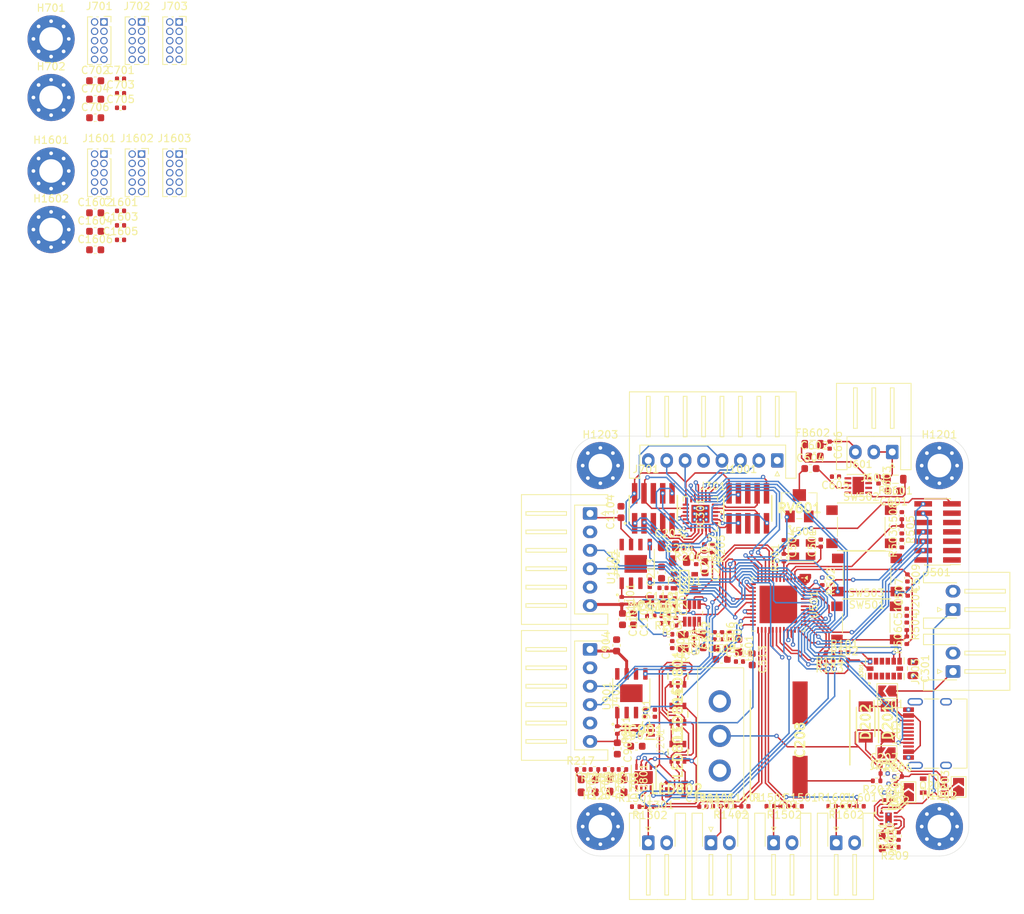
<source format=kicad_pcb>
(kicad_pcb (version 20240108) (generator "pcbnew") (generator_version "8.0")
  (layers (0 "F.Cu" signal) (1 "In1.Cu" power) (2 "In2.Cu" power) (31 "B.Cu" signal) (34 "B.Paste" user) (35 "F.Paste" user) (36 "B.SilkS" user "B.Silkscreen") (37 "F.SilkS" user "F.Silkscreen") (38 "B.Mask" user) (39 "F.Mask" user) (44 "Edge.Cuts" user))
  (net 0 "")
  (net 1 "GND")
  (net 2 "VCC")
  (net 3 "Net-(U201-VCC)")
  (net 4 "+5V")
  (net 5 "Net-(C205-Pad2)")
  (net 6 "Net-(U201-SW)")
  (net 7 "+3.3V")
  (net 8 "Net-(D205-K)")
  (net 9 "Net-(D206-K)")
  (net 10 "1.65V")
  (net 11 "+3.3VA")
  (net 12 "/STM32/OSC_IN")
  (net 13 "/STM32/BUTTON_Initial_State")
  (net 14 "/STM32/NRST")
  (net 15 "/STM32/BUTTON_Start_Robot")
  (net 16 "/Motors&Drivers/Motor1+")
  (net 17 "/Motors&Drivers/Motor1-")
  (net 18 "/Motors&Drivers/Motor2+")
  (net 19 "/Motors&Drivers/Motor2-")
  (net 20 "/Périphériques/MOUSTACHE_1")
  (net 21 "/Périphériques/MOUSTACHE_2")
  (net 22 "/Périphériques/MOUSTACHE_3")
  (net 23 "/Périphériques/MOUSTACHE_4")
  (net 24 "/Alimentation/Batt_CHG")
  (net 25 "Net-(D201-K)")
  (net 26 "Net-(D202-K)")
  (net 27 "Net-(D203-K)")
  (net 28 "Net-(D204-K)")
  (net 29 "Net-(D207-K)")
  (net 30 "/Périphériques/TOF6_GPIO1")
  (net 31 "/Périphériques/TOF6_XSHUT")
  (net 32 "/Périphériques/TOF4_XSHUT")
  (net 33 "/Périphériques/LIDAR_M_EN")
  (net 34 "/Périphériques/IMU_INT1")
  (net 35 "/Périphériques/TOF3_XSHUT")
  (net 36 "/Périphériques/TOF2_GPIO1")
  (net 37 "/Périphériques/LIDAR_DEV_EN")
  (net 38 "/Périphériques/TOF3_GPIO1")
  (net 39 "/Périphériques/TOF2_XSHUT")
  (net 40 "/Périphériques/EXPANDER_EXTI")
  (net 41 "/Led_Debug/Led_Debug_SDA")
  (net 42 "/Périphériques/TOF1_GPIO1")
  (net 43 "/Périphériques/TOF5_XSHUT")
  (net 44 "/Led_Debug/Led_Debug_SCL")
  (net 45 "/Périphériques/TOF4_GPIO1")
  (net 46 "/Périphériques/IMU_INT2")
  (net 47 "/Périphériques/TOF1_XSHUT")
  (net 48 "/Périphériques/TOF5_GPIO1")
  (net 49 "/Motors&Drivers/ASSERV_I1")
  (net 50 "Net-(IC901-IN+)")
  (net 51 "/Motors&Drivers/ASSERV_I2")
  (net 54 "/Alimentation/CC1")
  (net 58 "/Alimentation/CC2")
  (net 60 "/Alimentation/Batt_cell")
  (net 61 "/Périphériques/LIDAR_TX")
  (net 62 "/Périphériques/LIDAR_RX")
  (net 63 "/Périphériques/LIDAR_M_CTR")
  (net 64 "/Motors&Drivers/ENCODER_1B")
  (net 65 "/Motors&Drivers/ENCODER_1A")
  (net 66 "/Motors&Drivers/ENCODER_2B")
  (net 67 "/Motors&Drivers/ENCODER_2A")
  (net 68 "/STM32/STLINK_SWDIO")
  (net 70 "/STM32/VCP_TX")
  (net 73 "/STM32/STLINK_SWCLK")
  (net 74 "/STM32/STLINK_SWO")
  (net 76 "/STM32/VCP_RX")
  (net 77 "Net-(J1301-Pin_1)")
  (net 78 "Net-(J1401-Pin_1)")
  (net 79 "Net-(J1501-Pin_1)")
  (net 80 "Net-(U501-PB8)")
  (net 81 "Net-(LED801-B-)")
  (net 82 "Net-(LED801-G+)")
  (net 83 "Net-(LED801-R+)")
  (net 84 "Net-(LED801-B+)")
  (net 86 "/Périphériques/IMU_SDA")
  (net 87 "/Périphériques/IMU_SCL")
  (net 88 "Net-(U201-PG)")
  (net 89 "Net-(U201-EN{slash}SYNC)")
  (net 90 "Net-(U201-BST)")
  (net 91 "Net-(U201-FB)")
  (net 92 "Net-(U202-VSET)")
  (net 93 "Net-(U202-TMR)")
  (net 94 "Net-(U202-ISET)")
  (net 95 "Net-(U202-TS)")
  (net 96 "/STM32/OSC_OUT")
  (net 97 "Net-(R503-Pad2)")
  (net 98 "/Motors&Drivers/PWM_MOT2_CH1")
  (net 99 "/Motors&Drivers/PWM_MOT2_CH2")
  (net 100 "/Motors&Drivers/PWM_MOT1_CH1")
  (net 101 "/Motors&Drivers/PWM_MOT1_CH2")
  (net 102 "/Musique/DAC_STM+")
  (net 108 "Net-(U601-IN+)")
  (net 109 "/Musique/HP+")
  (net 110 "/Musique/HP-")
  (net 111 "Net-(U601-OUT+)")
  (net 112 "Net-(U601-OUT-)")
  (net 114 "/Périphériques/TOF8/5v")
  (net 115 "/Périphériques/TOF7/5v")
  (net 117 "/Périphériques/TOF8/TOF1_GPIO1")
  (net 118 "/Périphériques/TOF8/TOF1_XSHUT")
  (net 119 "/Périphériques/TOF8/TOF_SDA")
  (net 121 "/Périphériques/TOF8/TOF_SCL")
  (net 123 "/Périphériques/TOF8/TOF2_GPIO1")
  (net 124 "/Périphériques/TOF8/TOF2_XSHUT")
  (net 126 "/Périphériques/TOF8/TOF3_GPIO1")
  (net 127 "/Périphériques/TOF8/TOF3_XSHUT")
  (net 130 "/Périphériques/TOF7/TOF_SCL")
  (net 131 "/Périphériques/TOF7/TOF1_GPIO1")
  (net 132 "/Périphériques/TOF7/TOF_SDA")
  (net 135 "/Périphériques/TOF7/TOF1_XSHUT")
  (net 137 "/Périphériques/TOF7/TOF2_XSHUT")
  (net 138 "/Périphériques/TOF7/TOF2_GPIO1")
  (net 142 "/Périphériques/TOF7/TOF3_XSHUT")
  (net 143 "/Périphériques/TOF7/TOF3_GPIO1")
  (net 144 "Net-(C208-Pad1)")
  (net 145 "Net-(C210-Pad1)")
  (net 146 "Net-(C504-Pad2)")
  (net 147 "Net-(C604-Pad1)")
  (net 148 "Net-(D201-A)")
  (net 149 "Net-(D203-A)")
  (net 150 "Net-(IC1101-IN+)")
  (net 152 "Net-(J1601-Pin_1)")
  (net 153 "Net-(JP202-A)")
  (net 154 "Net-(JP203-B)")
  (net 155 "Net-(JP204-A)")
  (net 156 "Net-(R504-Pad2)")
  (footprint "Capacitor_SMD:C_0402_1005Metric" (layer "F.Cu") (at 119.7 78.58 90)
    (property "Reference" "C507")
    (property "Value" "100nF")
  )
  (footprint "Capacitor_SMD:C_0402_1005Metric" (layer "F.Cu") (at 86.5 78 180)
    (property "Reference" "C1101")
    (property "Value" "100nF")
  )
  (footprint "Resistor_SMD:R_0402_1005Metric" (layer "F.Cu") (at 109.45 107.65)
    (property "Reference" "R1601")
    (property "Value" "10k")
  )
  (footprint "Capacitor_SMD:C_0603_1608Metric" (layer "F.Cu") (at 94.475 86.2)
    (property "Reference" "C503")
    (property "Value" "1u")
  )
  (footprint "Tom&Jerry:XBM5210" (layer "F.Cu") (at 82.2 92.3 90)
    (property "Reference" "U901")
    (property "Value" "ZXBM5210-S")
  )
  (footprint "Resistor_SMD:R_0402_1005Metric" (layer "F.Cu") (at 118.45 111.7 90)
    (property "Reference" "R210")
    (property "Value" "3.6k")
  )
  (footprint "Capacitor_SMD:C_0402_1005Metric" (layer "F.Cu") (at 116.5 102.2)
    (property "Reference" "C207")
    (property "Value" "10n")
  )
  (footprint "Connector_PinSocket_1.27mm:PinSocket_2x05_P1.27mm_Vertical" (layer "F.Cu") (at 10.645 1.175)
    (property "Reference" "J701")
    (property "Value" "Conn_02x05_Odd_FEMALE")
  )
  (footprint "Connector_JST:JST_XH_S6B-XH-A_1x06_P2.50mm_Horizontal" (layer "F.Cu") (at 76.6 67.9 -90)
    (property "Reference" "J402")
    (property "Value" "Conn_01x06")
  )
  (footprint "Capacitor_SMD:C_0402_1005Metric" (layer "F.Cu") (at 96.875 88)
    (property "Reference" "C511")
    (property "Value" "100n")
  )
  (footprint "Connector_JST:JST_XH_S2B-XH-A-1_1x02_P2.50mm_Horizontal" (layer "F.Cu") (at 110 112.6)
    (property "Reference" "J1601")
    (property "Value" "Conn_01x02")
  )
  (footprint "Capacitor_SMD:C_0402_1005Metric" (layer "F.Cu") (at 119.66 76.65 -90)
    (property "Reference" "C509")
    (property "Value" "10n")
  )
  (footprint "Capacitor_SMD:C_0603_1608Metric" (layer "F.Cu") (at 80.2 85.8 90)
    (property "Reference" "C904")
    (property "Value" "1uF")
  )
  (footprint "Capacitor_SMD:C_0805_2012Metric" (layer "F.Cu") (at 120.4 88.95 -90)
    (property "Reference" "C301")
    (property "Value" "100n")
  )
  (footprint "Capacitor_SMD:C_0603_1608Metric" (layer "F.Cu") (at 9.455 32.105)
    (property "Reference" "C1606")
    (property "Value" "4.7uF")
  )
  (footprint "Resistor_SMD:R_0402_1005Metric" (layer "F.Cu") (at 75.31 102.65)
    (property "Reference" "R217")
    (property "Value" "3.3k")
  )
  (footprint "Capacitor_SMD:C_0603_1608Metric" (layer "F.Cu") (at 80.8 67.7 90)
    (property "Reference" "C1104")
    (property "Value" "1uF")
  )
  (footprint "Capacitor_SMD:C_0402_1005Metric" (layer "F.Cu") (at 12.895 8.885)
    (property "Reference" "C701")
    (property "Value" "100nF")
  )
  (footprint "Resistor_SMD:R_0402_1005Metric" (layer "F.Cu") (at 79.11 102.65 180)
    (property "Reference" "R214")
    (property "Value" "3.3k")
  )
  (footprint "Capacitor_SMD:C_0805_2012Metric" (layer "F.Cu") (at 87.25 72.3)
    (property "Reference" "C203")
    (property "Value" "22uF")
  )
  (footprint "Resistor_SMD:R_0402_1005Metric" (layer "F.Cu") (at 95.71 107.65 180)
    (property "Reference" "R1402")
    (property "Value" "10k")
  )
  (footprint "Connector_JST:JST_XH_S2B-XH-A-1_1x02_P2.50mm_Horizontal" (layer "F.Cu") (at 84.5 112.6)
    (property "Reference" "J1301")
    (property "Value" "Conn_01x02")
  )
  (footprint "Capacitor_SMD:C_0603_1608Metric" (layer "F.Cu") (at 9.455 9.155)
    (property "Reference" "C702")
    (property "Value" "4.7uF")
  )
  (footprint "Resistor_SMD:R_0402_1005Metric" (layer "F.Cu") (at 89.91 72.6 180)
    (property "Reference" "R206")
    (property "Value" "40.2k")
  )
  (footprint "Crystal:Crystal_SMD_EuroQuartz_MT-4Pin_3.2x2.5mm" (layer "F.Cu") (at 105.42 72.8)
    (property "Reference" "Y501")
    (property "Value" "16MHz")
  )
  (footprint "Tom&Jerry:SOT65P280X100-8N" (layer "F.Cu") (at 90.425 81.39 90)
    (property "Reference" "U201")
    (property "Value" "MP1475DJ-LF-P")
  )
  (footprint "Connector_JST:JST_XH_S2B-XH-A-1_1x02_P2.50mm_Horizontal" (layer "F.Cu") (at 125.85 80.95 90)
    (property "Reference" "J204")
    (property "Value" "Conn_01x02")
  )
  (footprint "Tom&Jerry:Potar" (layer "F.Cu") (at 105 66.85)
    (property "Reference" "RV601")
    (property "Value" "R_Potentiometer" (hide yes))
  )
  (footprint "Tom&Jerry:5988G10313F" (layer "F.Cu") (at 88.515 89.985 90)
    (property "Reference" "LED801")
    (property "Value" "RGB" (hide yes))
  )
  (footprint "Resistor_SMD:R_0402_1005Metric" (layer "F.Cu") (at 117.95 113.2 180)
    (property "Reference" "R209")
    (property "Value" "R_Small")
  )
  (footprint "Resistor_SMD:R_0402_1005Metric" (layer "F.Cu") (at 93.81 107.65)
    (property "Reference" "R1401")
    (property "Value" "10k")
  )
  (footprint "Tom&Jerry:SODFL4825X110N" (layer "F.Cu") (at 117 96.2 90)
    (property "Reference" "D201")
    (property "Value" "D" (hide yes))
  )
  (footprint "Resistor_SMD:R_0402_1005Metric" (layer "F.Cu") (at 118.9 71.99 90)
    (property "Reference" "R503")
    (property "Value" "10k")
  )
  (footprint "MountingHole:MountingHole_3.2mm_M3_Pad_Via" (layer "F.Cu") (at 124 61.4)
    (property "Reference" "H1201")
    (property "Value" "MountingHole_Pad")
  )
  (footprint "Tom&Jerry:5988G10313F" (layer "F.Cu") (at 88.515 100.315 90)
    (property "Reference" "LED803")
    (property "Value" "RGB" (hide yes))
  )
  (footprint "Capacitor_SMD:C_0402_1005Metric" (layer "F.Cu") (at 107.9 71.92 90)
    (property "Reference" "C501")
    (property "Value" "10p")
  )
  (footprint "Jumper:SolderJumper-2_P1.3mm_Open_TrianglePad1.0x1.5mm" (layer "F.Cu") (at 116.825 100.4 180)
    (property "Reference" "JP202")
    (property "Value" "SolderJumper_2_Open")
  )
  (footprint "Capacitor_SMD:C_0402_1005Metric" (layer "F.Cu") (at 90.75 84.41 -90)
    (property "Reference" "C205")
    (property "Value" "0.1uF")
  )
  (footprint "Tom&Jerry:SAMTEC_FTSH-105-01-F-DV-P-TR" (layer "F.Cu") (at 85.1875 67.2)
    (property "Reference" "J701")
    (property "Value" "FTSH-105-01-F-DV-P-TR")
  )
  (footprint "Resistor_SMD:R_0402_1005Metric" (layer "F.Cu") (at 117.5 106.29 -90)
    (property "Reference" "R212")
    (property "Value" "27k")
  )
  (footprint "Tom&Jerry:CAPAE1350X1400N" (layer "F.Cu") (at 105.1 98.65 90)
    (property "Reference" "C208")
    (property "Value" "1mF" (hide yes))
  )
  (footprint "Connector_PinHeader_1.27mm:PinHeader_2x07_P1.27mm_Vertical_SMD" (layer "F.Cu") (at 123.75 70.4 180)
    (property "Reference" "J501")
    (property "Value" "Conn_ST_STDC14")
  )
  (footprint "Connector_JST:JST_XH_S2B-XH-A-1_1x02_P2.50mm_Horizontal" (layer "F.Cu") (at 93 112.6)
    (property "Reference" "J1401")
    (property "Value" "Conn_01x02")
  )
  (footprint "Tom&Jerry:SAMTEC_FTSH-105-01-F-DV-P-TR" (layer "F.Cu") (at 98 67.2)
    (property "Reference" "J1001")
    (property "Value" "FTSH-105-01-F-DV-P-TR")
  )
  (footprint "Resistor_SMD:R_0402_1005Metric" (layer "F.Cu") (at 115.48 104.2 180)
    (property "Reference" "R202")
    (property "Value" "100m")
  )
  (footprint "Capacitor_SMD:C_0603_1608Metric" (layer "F.Cu") (at 9.455 27.085)
    (property "Reference" "C1602")
    (property "Value" "4.7uF")
  )
  (footprint "Resistor_SMD:R_0402_1005Metric" (layer "F.Cu") (at 118.9 70.1 -90)
    (property "Reference" "R505")
    (property "Value" "10k")
  )
  (footprint "Inductor_SMD:L_0603_1608Metric_Pad1.05x0.95mm_HandSolder" (layer "F.Cu") (at 91.95 85.2 90)
    (property "Reference" "L201")
    (property "Value" "4.7uH")
  )
  (footprint "Resistor_SMD:R_0402_1005Metric" (layer "F.Cu") (at 117.45 111.7 90)
    (property "Reference" "R211")
    (property "Value" "27k")
  )
  (footprint "Resistor_SMD:R_0402_1005Metric" (layer "F.Cu") (at 88.25 82.6 90)
    (property "Reference" "R204")
    (property "Value" "100k")
  )
  (footprint "Tom&Jerry:SOT65P210X110-6N" (layer "F.Cu") (at 85.65 79.85 180)
    (property "Reference" "IC1101")
    (property "Value" "NCS199A2RSQT2G" (hide yes))
  )
  (footprint "Connector_PinSocket_1.27mm:PinSocket_2x05_P1.27mm_Vertical" (layer "F.Cu") (at 20.845 1.175)
    (property "Reference" "J703")
    (property "Value" "Conn_02x05_Odd_FEMALE")
  )
  (footprint "Inductor_SMD:L_0603_1608Metric_Pad1.05x0.95mm_HandSolder" (layer "F.Cu") (at 96.775 85.8 -90)
    (property "Reference" "L501")
    (property "Value" "39n")
  )
  (footprint "Capacitor_SMD:C_0402_1005Metric" (layer "F.Cu") (at 102.9 72 -90)
    (property "Reference" "C504")
    (property "Value" "10p")
  )
  (footprint "Jumper:SolderJumper-2_P1.3mm_Open_TrianglePad1.0x1.5mm" (layer "F.Cu") (at 116.925 92 180)
    (property "Reference" "JP201")
    (property "Value" "SolderJumper_2_Open")
  )
  (footprint "Tom&Jerry:SOT95P280X125-5N" (layer "F.Cu") (at 123.2 104.85 180)
    (property "Reference" "Q201")
    (property "Value" "PMOS")
  )
  (footprint "Capacitor_SMD:C_0805_2012Metric" (layer "F.Cu") (at 89.25 85.3 -90)
    (property "Reference" "C201")
    (property "Value" "22uF")
  )
  (footprint "MountingHole:MountingHole_3.2mm_M3_Pad_Via" (layer "F.Cu") (at 78 61.4)
    (property "Reference" "H1203")
    (property "Value" "MountingHole_Pad")
  )
  (footprint "Resistor_SMD:R_0402_1005Metric" (layer "F.Cu") (at 111.35 107.65 180)
    (property "Reference" "R1602")
    (property "Value" "10k")
  )
  (footprint "Capacitor_SMD:C_0603_1608Metric" (layer "F.Cu") (at 94.45 87.7)
    (property "Reference" "C505")
    (property "Value" "1u")
  )
  (footprint "Connector_USB:USB_C_Receptacle_HRO_TYPE-C-31-M-12" (layer "F.Cu") (at 123.85 97.78 90)
    (property "Reference" "J202")
    (property "Value" "USB_C_Receptacle_USB2.0_16P")
  )
  (footprint "Capacitor_SMD:C_0402_1005Metric" (layer "F.Cu") (at 91 74.3 -90)
    (property "Reference" "C210")
    (property "Value" "15pF")
  )
  (footprint "LED_SMD:LED_0603_1608Metric_Pad1.05x0.95mm_HandSolder" (layer "F.Cu") (at 77.3 104.875 -90)
    (property "Reference" "D205")
    (property "Value" "LED")
  )
  (footprint "Capacitor_SMD:C_0603_1608Metric" (layer "F.Cu") (at 9.455 29.595)
    (property "Reference" "C1604")
    (property "Value" "4.7uF")
  )
  (footprint "MountingHole:MountingHole_3.2mm_M3_Pad_Via" (layer "F.Cu") (at 124 110.4)
    (property "Reference" "H1202")
    (property "Value" "MountingHole_Pad")
  )
  (footprint "Tom&Jerry:RTW24_2P45X2P45" (layer "F.Cu") (at 91.575 67.949937 90)
    (property "Reference" "IC301")
    (property "Value" "TCA9555RTWR")
  )
  (footprint "Capacitor_SMD:C_0402_1005Metric" (layer "F.Cu") (at 118.9 68.2 90)
    (property "Reference" "C508")
    (property "Value" "10n")
  )
  (footprint "Capacitor_SMD:C_0603_1608Metric" (layer "F.Cu") (at 107.0625 60.12)
    (property "Reference" "C602")
    (property "Value" "1u")
  )
  (footprint "Capacitor_SMD:C_0402_1005Metric" (layer "F.Cu") (at 119.575 81.31 90)
    (property "Reference" "C510")
    (property "Value" "100n")
  )
  (footprint "Capacitor_SMD:C_0402_1005Metric" (layer "F.Cu") (at 12.895 26.815)
    (property "Reference" "C1601")
    (property "Value" "100nF")
  )
  (footprint "Capacitor_SMD:C_0402_1005Metric" (layer "F.Cu") (at 104.85 107.65)
    (property "Reference" "C1501")
    (property "Value" "10n")
  )
  (footprint "Connector_PinSocket_1.27mm:PinSocket_2x05_P1.27mm_Vertical" (layer "F.Cu") (at 10.645 19.105)
    (property "Reference" "J1601")
    (property "Value" "Conn_02x05_Odd_FEMALE")
  )
  (footprint "Tom&Jerry:XBM5210" (layer "F.Cu") (at 82.8 74.7425 90)
    (property "Reference" "U1101")
    (property "Value" "ZXBM5210-S")
  )
  (footprint "Capacitor_SMD:C_0603_1608Metric" (layer "F.Cu") (at 86.3 75.925 90)
    (property "Reference" "C213")
    (property "Value" "1u")
  )
  (footprint "Capacitor_SMD:C_0402_1005Metric" (layer "F.Cu") (at 93.5 84.5 90)
    (property "Reference" "C512")
    (property "Value" "100n")
  )
  (footprint "Resistor_SMD:R_0402_1005Metric" (layer "F.Cu") (at 102.95 107.65 180)
    (property "Reference" "R1502")
    (property "Value" "10k")
  )
  (footprint "MountingHole:MountingHole_3.2mm_M3_Pad_Via" (layer "F.Cu") (at 3.475 3.475)
    (property "Reference" "H701")
    (property "Value" "MountingHole_Pad")
  )
  (footprint "Connector_JST:JST_XH_S6B-XH-A_1x06_P2.50mm_Horizontal" (layer "F.Cu") (at 76.6 86.35 -90)
    (property "Reference" "J401")
    (property "Value" "Conn_01x06")
  )
  (footprint "Tom&Jerry:DFN300X300X80-8N" (layer "F.Cu") (at 112.995 64.1)
    (property "Reference" "U601")
    (property "Value" "PAM8302AAY")
  )
  (footprint "Capacitor_SMD:C_0402_1005Metric" (layer "F.Cu") (at 91.9 107.7)
    (property "Reference" "C1301")
    (property "Value" "10n")
  )
  (footprint "Resistor_SMD:R_0402_1005Metric" (layer "F.Cu") (at 84.71 107.7 180)
    (property "Reference" "R1302")
    (property "Value" "10k")
  )
  (footprint "Capacitor_SMD:C_0402_1005Metric" (layer "F.Cu") (at 94.5 84.5 -90)
    (property "Reference" "C506")
    (property "Value" "10n")
  )
  (footprint "Resistor_SMD:R_0402_1005Metric" (layer "F.Cu") (at 102.9 73.9 90)
    (property "Reference" "R501")
    (property "Value" "10R")
  )
  (footprint "Capacitor_SMD:C_0402_1005Metric" (layer "F.Cu") (at 12.895 28.785)
    (property "Reference" "C1603")
    (property "Value" "100nF")
  )
  (footprint "Tom&Jerry:PQFN80P300X500X100-14N" (layer "F.Cu") (at 116.6 88.96 90)
    (property "Reference" "U301")
    (property "Value" "ADXL343")
  )
  (footprint "Resistor_SMD:R_0402_1005Metric" (layer "F.Cu") (at 109.1 86.8 180)
    (property "Reference" "R104")
    (property "Value" "10k")
  )
  (footprint "Capacitor_SMD:C_0603_1608Metric" (layer "F.Cu") (at 82.5 82.2425 -90)
    (property "Reference" "C1102")
    (property "Value" "1uF")
  )
  (footprint "Capacitor_SMD:C_0603_1608Metric" (layer "F.Cu") (at 106.5 61.8)
    (property "Reference" "C604")
    (property "Value" "1u")
  )
  (footprint "Capacitor_SMD:C_0402_1005Metric" (layer "F.Cu") (at 116.5 103.2)
    (property "Reference" "C206")
    (property "Value" "100n")
  )
  (footprint "Jumper:SolderJumper-2_P1.3mm_Open_TrianglePad1.0x1.5mm" (layer "F.Cu") (at 126.6 105.025 90)
    (property "Reference" "JP203")
    (property "Value" "SolderJumper_2_Open")
  )
  (footprint "Resistor_SMD:R_0402_1005Metric" (layer "F.Cu") (at 86.8 81.8)
    (property "Reference" "R402")
    (property "Value" "100k")
  )
  (footprint "Capacitor_SMD:C_0402_1005Metric" (layer "F.Cu") (at 12.895 30.755)
    (property "Reference" "C1605")
    (property "Value" "100nF")
  )
  (footprint "Inductor_SMD:L_0805_2012Metric" (layer "F.Cu") (at 106.8 58.52)
    (property "Reference" "FB602")
    (property "Value" "FerriteBead_Small")
  )
  (footprint "LED_SMD:LED_0603_1608Metric_Pad1.05x0.95mm_HandSolder" (layer "F.Cu") (at 116.25 112.5 -90)
    (property "Reference" "D203")
    (property "Value" "LED")
  )
  (footprint "Capacitor_SMD:C_0402_1005Metric" (layer "F.Cu") (at 12.895 12.825)
    (property "Reference" "C705")
    (property "Value" "100nF")
  )
  (footprint "Resistor_SMD:R_0402_1005Metric" (layer "F.Cu") (at 87.25 84.3)
    (property "Reference" "R203")
    (property "Value" "100k")
  )
  (footprint "Capacitor_SMD:C_0402_1005Metric" (layer "F.Cu") (at 87.75 85.7 -90)
    (property "Reference" "C202")
    (property "Value" "0.1u")
  )
  (footprint "Tom&Jerry:IC_BQ25172DSGR" (layer "F.Cu") (at 117.1 109.3)
    (property "Reference" "U202")
    (property "Value" "BQ25172DSGR")
  )
  (footprint "Resistor_SMD:R_0402_1005Metric" (layer "F.Cu") (at 93.2 72.7 -90)
    (property "Reference" "R205")
    (property "Value" "16k")
  )
  (footprint "Button_Switch_SMD:SW_Push_1P1T_NO_6x6mm_H9.5mm" (layer "F.Cu") (at 113.4 69.7)
    (property "Reference" "SW502")
    (property "Value" "SW_Push")
  )
  (footprint "Capacitor_SMD:C_0402_1005Metric" (layer "F.Cu") (at 115.7375 63.35 -90)
    (property "Reference" "C603")
    (property "Value" "220p")
  )
  (footprint "Capacitor_SMD:C_0603_1608Metric" (layer "F.Cu") (at 80.3 99.8 -90)
    (property "Reference" "C903")
    (property "Value" "1uF")
  )
  (footprint "Button_Switch_SMD:SW_Push_1P1T_NO_6x6mm_H9.5mm" (layer "F.Cu") (at 114.175 76.25 180)
    (property "Reference" "SW501")
    (property "Value" "SW_Push")
  )
  (footprint "Tom&Jerry:5988G10313F" (layer "F.Cu") (at 88.315 105.315)
    (property "Reference" "LED802")
    (property "Value" "RGB" (hide yes))
  )
  (footprint "Connector_JST:JST_XH_S2B-XH-A-1_1x02_P2.50mm_Horizontal" (layer "F.Cu") (at 101.5 112.6)
    (property "Reference" "J1501")
    (property "Value" "Conn_01x02")
  )
  (footprint "Capacitor_SMD:C_0603_1608Metric" (layer "F.Cu") (at 81 82.2425 -90)
    (property "Reference" "C1103")
    (property "Value" "1uF")
  )
  (footprint "MountingHole:MountingHole_3.2mm_M3_Pad_Via" (layer "F.Cu") (at 3.475 21.405)
    (property "Reference" "H1601")
    (property "Value" "MountingHole_Pad")
  )
  (footprint "Resistor_SMD:R_0402_1005Metric" (layer "F.Cu") (at 82.8 107.7)
    (property "Reference" "R1301")
    (property "Value" "10k")
  )
  (footprint "Resistor_SMD:R_0402_1005Metric" (layer "F.Cu") (at 77.2 102.65 180)
    (property "Reference" "R215")
    (property "Value" "3.3k")
  )
  (footprint "Tom&Jerry:SOT95P280X125-5N" (layer "F.Cu") (at 89.4 77.1)
    (property "Reference" "PS201")
    (property "Value" "BU33SD5WG-TR")
  )
  (footprint "Capacitor_SMD:C_0603_1608Metric" (layer "F.Cu") (at 82.9 99.5)
    (property "Reference" "C902")
    (property "Value" "1uF")
  )
  (footprint "Capacitor_SMD:C_0402_1005Metric" (layer "F.Cu") (at 88.1 79.9 -90)
    (property "Reference" "C209")
    (property "Value" "0.1uF")
  )
  (footprint "Resistor_SMD:R_0402_1005Metric" (layer "F.Cu") (at 80.9 79.7425 -90)
    (property "Reference" "R1101")
    (property "Value" "0.015")
  )
  (footprint "Resistor_SMD:R_0402_1005Metric" (layer "F.Cu") (at 119.575 85.11 90)
    (property "Reference" "R506")
    (property "Value" "10k")
  )
  (footprint "Inductor_SMD:L_0805_2012Metric" (layer "F.Cu") (at 118.0375 63.25 180)
    (property "Reference" "FB601")
    (property "Value" "FerriteBead_Small")
  )
  (footprint "Resistor_SMD:R_0402_1005Metric" (layer "F.Cu") (at 119.575 83.21 -90)
    (property "Reference" "R504")
    (property "Value" "10k")
  )
  (footprint "Capacitor_SMD:C_0402_1005Metric" (layer "F.Cu") (at 95.5 84.5 -90)
    (property "Reference" "C502")
    (property "Value" "10n")
  )
  (footprint "Capacitor_SMD:C_0603_1608Metric" (layer "F.Cu") (at 9.455 11.665)
    (property "Reference" "C704")
    (property "Value" "4.7uF")
  )
  (footprint "Capacitor_SMD:C_0402_1005Metric" (layer "F.Cu") (at 109.9 62.9 180)
    (property "Reference" "C605")
    (property "Value" "100n")
  )
  (footprint "Resistor_SMD:R_0402_1005Metric" (layer "F.Cu") (at 84.84 81.8)
    (property "Reference" "R401")
    (property "Value" "100k")
  )
  (footprint "LED_SMD:LED_0603_1608Metric_Pad1.05x0.95mm_HandSolder" (layer "F.Cu") (at 81.2 104.875 -90)
    (property "Reference" "D206")
    (property "Value" "LED")
  )
  (footprint "Capacitor_SMD:C_0402_1005Metric" (layer "F.Cu") (at 117.58 104.6 180)
    (property "Reference" "C211")
    (property "Value" "10n")
  )
  (footprint "Package_DFN_QFN:QFN-48-1EP_7x7mm_P0.5mm_EP5.1x5.1mm" (layer "F.Cu") (at 102.15 80.25 -90)
    (property "Reference" "U501")
    (property "Value" "STM32G431CBU6")
  )
  (footprint "Jumper:SolderJumper-2_P1.3mm_Open_TrianglePad1.0x1.5mm" (layer "F.Cu") (at 119.8 105.725 90)
    (property "Reference" "JP204")
    (property "Value" "SolderJumper_2_Open")
  )
  (footprint "MountingHole:MountingHole_3.2mm_M3_Pad_Via" (layer "F.Cu") (at 78 110.4)
    (property "Reference" "H1204")
    (property "Value" "MountingHole_Pad")
  )
  (footprint "Connector_PinSocket_1.27mm:PinSocket_2x05_P1.27mm_Vertical" (layer "F.Cu") (at 15.745 19.105)
    (property "Reference" "J1602")
    (property "Value" "Conn_02x05_Odd_FEMALE")
  )
  (footprint "Resistor_SMD:R_0402_1005Metric" (layer "F.Cu") (at 109.1 87.8 180)
    (property "Reference" "R103")
    (property "Value" "10k")
  )
  (footprint "Capacitor_SMD:C_0805_2012Metric" (layer "F.Cu") (at 88.75 74.3)
    (property "Reference" "C204")
    (property "Value" "22uF")
  )
  (footprint "Connector_PinSocket_1.27mm:PinSocket_2x05_P1.27mm_Vertical" (layer "F.Cu") (at 20.845 19.105)
    (property "Reference" "J1603")
    (property "Value" "Conn_02x05_Odd_FEMALE")
  )
  (footprint "Resistor_SMD:R_0402_1005Metric" (layer "F.Cu") (at 101.05 107.65)
    (property "Reference" "R1501")
    (property "Value" "10k")
  )
  (footprint "Resistor_SMD:R_0402_1005Metric" (layer "F.Cu") (at 90.75 86.31 90)
    (property "Reference" "R201")
    (property "Value" "20")
  )
  (footprint "Resistor_SMD:R_0402_1005Metric" (layer "F.Cu") (at 108.1 77.11 -90)
    (property "Reference" "R502")
    (property "Value" "100k")
  )
  (footprint "Capacitor_SMD:C_0603_1608Metric" (layer "F.Cu") (at 98.6 87.7 -90)
    (property "Reference" "C513")
    (property "Value" "4.7u")
  )
  (footprint "Connector_JST:JST_XH_S8B-XH-A_1x08_P2.50mm_Horizontal" (layer "F.Cu") (at 102 60.7 180)
    (property "Reference" "J301")
    (property "Value" "Conn_01x08")
  )
  (footprint "Tom&Jerry:SOT65P210X110-6N" (layer "F.Cu") (at 83.85 97.35 180)
    (property "Reference" "IC901")
    (property "Value" "NCS199A2RSQT2G" (hide yes))
  )
  (footprint "Connector_PinSocket_1.27mm:PinSocket_2x05_P1.27mm_Vertical" (layer "F.Cu") (at 15.745 1.175)
    (property "Reference" "J702")
    (property "Value" "Conn_02x05_Odd_FEMALE")
  )
  (footprint "LED_SMD:LED_0603_1608Metric_Pad1.05x0.95mm_HandSolder" (layer "F.Cu") (at 75.4 104.875 -90)
    (property "Reference" "D207")
    (property "Value" "LED")
  )
  (footprint "Capacitor_SMD:C_0402_1005Metric" (layer "F.Cu") (at 86.78 82.8)
    (property "Reference" "C401")
    (property "Value" "100nF")
  )
  (footprint "Capacitor_SMD:C_0603_1608Metric" (layer "F.Cu") (at 92.2 75.2 -90)
    (property "Reference" "C212")
    (property "Value" "1u")
  )
  (footprint "LED_SMD:LED_0603_1608Metric_Pad1.05x0.95mm_HandSolder" (layer "F.Cu") (at 79.3 104.775 -90)
    (property "Reference" "D204")
    (property "Value" "LED")
  )
  (footprint "MountingHole:MountingHole_3.2mm_M3_Pad_Via" (layer "F.Cu") (at 3.475 11.425)
    (property "Reference" "H702")
    (property "Value" "MountingHole_Pad")
  )
  (footprint "Capacitor_SMD:C_0603_1608Metric" (layer "F.Cu") (at 117.8 64.85 180)
    (property "Reference" "C601")
    (property "Value" "10u")
  )
  (footprint "Capacitor_SMD:C_0402_1005Metric" (layer "F.Cu") (at 109.1 58.62 -90)
    (property "Reference" "C606")
    (property "Value" "220p")
  )
  (footprint "Resistor_SMD:R_0402_1005Metric" (layer "F.Cu") (at 92.1 72.59 -90)
    (property "Reference" "R207")
    (property "Value" "7.68k")
  )
  (footprint "MountingHole:MountingHole_3.2mm_M3_Pad_Via" (layer "F.Cu") (at 3.475 29.355)
    (property "Reference" "H1602")
    (property "Value" "MountingHole_Pad")
  )
  (footprint "Capacitor_SMD:C_0402_1005Metric" (layer "F.Cu") (at 12.895 10.855)
    (property "Reference" "C703")
    (property "Value" "100nF")
  )
  (footprint "Capacitor_SMD:C_0402_1005Metric" (layer "F.Cu") (at 85.4 95.02 90)
    (property "Reference" "C901")
    (property "Value" "100nF")
  )
  (footprint "Capacitor_SMD:C_0402_1005Metric" (layer "F.Cu") (at 97.61 107.65)
    (property "Reference" "C1401")
    (property "Value" "10n")
  )
  (footprint "Tom&Jerry:SODFL4825X110N" (layer "F.Cu") (at 114 96.2 90)
    (property "Reference" "D202")
    (property "Value" "D" (hide yes))
  )
  (footprint "Button_Switch_SMD:SW_Push_1P1T_NO_6x6mm_H9.5mm" (layer "F.Cu") (at 114.075 82.75)
    (property "Reference" "SW503")
    (property "Value" "SW_Push")
  )
  (footprint "Connector_JST:JST_XH_S2B-XH-A-1_1x02_P2.50mm_Horizontal" (layer "F.Cu") (at 125.85 89.35 90)
    (property "Reference" "J203")
    (property "Value" "Conn_01x02")
  )
  (footprint "Tom&Jerry:Switch-3" (layer "F.Cu") (at 94.2 98.1 90)
    (property "Reference" "J201")
    (property "Value" "Interrupteur")
  )
  (footprint "Resistor_SMD:R_0402_1005Metric" (layer "F.Cu") (at 111.1 87.8)
    (property "Reference" "R102")
    (property "Value" "10k")
  )
  (footprint "Tom&Jerry:5988G10313F" (layer "F.Cu") (at 88.515 95.145 90)
    (property "Reference" "LED804")
    (property "Value" "RGB" (hide yes))
  )
  (footprint "Capacitor_SMD:C_0402_1005Metric" (layer "F.Cu") (at 113.25 107.65)
    (property "Reference" "C1601")
    (property "Value" "10n")
  )
  (footprint "Resistor_SMD:R_0402_1005Metric" (layer "F.Cu") (at 80.3 97.3 -90)
    (property "Reference" "R901")
    (property "Value" "0.015")
  )
  (footprint "Resistor_SMD:R_0402_1005Metric" (layer "F.Cu") (at 111.1 86.8)
    (property "Reference" "R101")
    (property "Value" "10k")
  )
  (footprint "Resistor_SMD:R_0402_1005Metric" (layer "F.Cu") (at 81 102.65 180)
    (property "Reference" "R216")
    (property "Value" "3.3k")
  )
  (footprint "Capacitor_SMD:C_0603_1608Metric" (layer "F.Cu") (at 9.455 14.175)
    (property "Reference" "C706")
    (property "Value" "4.7uF")
  )
  (footprint "Resistor_SMD:R_0402_1005Metric" (layer "F.Cu") (at 118.4 103.6)
    (property "Reference" "R208")
    (property "Value" "15k")
  )
  (footprint "Connector_JST:JST_XH_S3B-XH-A_1x03_P2.50mm_Horizontal" (layer "F.Cu") (at 117.6 59.55 180)
    (property "Reference" "J601")
    (property "Value" "Conn_01x03")
  )
  (footprint "Tom&Jerry:WSON8_DSD_TEX" (layer "F.Cu") (at 83.874999 103.7522 90)
    (property "Reference" "U801")
    (property "Value" "LP5812ADSDR")
  )
  (footprint "Resistor_SMD:R_0402_1005Metric" (layer "F.Cu") (at 116.5 106.3 -90)
    (property "Reference" "R213")
    (property "Value" "10k")
  )
  (gr_line (start 124 114.4) (end 78 114.4) (stroke (width 0.05)) (layer "Edge.Cuts"))
  (gr_arc (start 78 114.4) (mid 75.171573 113.228427) (end 74 110.4) (stroke (width 0.05)) (layer "Edge.Cuts"))
  (gr_arc (start 124 57.4) (mid 126.828427 58.571573) (end 128 61.4) (stroke (width 0.05)) (layer "Edge.Cuts"))
  (gr_arc (start 128 110.4) (mid 126.828427 113.228427) (end 124 114.4) (stroke (width 0.05)) (layer "Edge.Cuts"))
  (gr_line (start 128 61.4) (end 128 110.4) (stroke (width 0.05)) (layer "Edge.Cuts"))
  (gr_line (start 74 110.4) (end 74 61.4) (stroke (width 0.05)) (layer "Edge.Cuts"))
  (gr_arc (start 74 61.4) (mid 75.171573 58.571573) (end 78 57.4) (stroke (width 0.05)) (layer "Edge.Cuts"))
  (gr_line (start 78 57.4) (end 124 57.4) (stroke (width 0.05)) (layer "Edge.Cuts"))
  (via (at 119.805 94.53) (size 0.6) (drill 0.3) (layers "F.Cu" "B.Cu") (net 1))
  (via (at 119.805 101.03) (size 0.6) (drill 0.3) (layers "F.Cu" "B.Cu") (net 1))
  (via (at 108.1 76.6) (size 0.6) (drill 0.3) (layers "F.Cu" "B.Cu") (net 1))
  (via (at 116.5 105.79) (size 0.6) (drill 0.3) (layers "F.Cu" "B.Cu") (net 1))
  (via (at 117.1 104.6) (size 0.6) (drill 0.3) (layers "F.Cu" "B.Cu") (net 1))
  (via (at 117.89 103.6) (size 0.6) (drill 0.3) (layers "F.Cu" "B.Cu") (net 1))
  (via (at 116.98 103.2) (size 0.6) (drill 0.3) (layers "F.Cu" "B.Cu") (net 1))
  (via (at 117.5 105.78) (size 0.6) (drill 0.3) (layers "F.Cu" "B.Cu") (net 1))
  (via (at 116.98 102.2) (size 0.6) (drill 0.3) (layers "F.Cu" "B.Cu") (net 1))
  (via (at 120.4 89.9) (size 0.6) (drill 0.3) (layers "F.Cu" "B.Cu") (net 1))
  (segment (start 88.1 80.8) (end 88.1 80.38) (width 0.2) (layer "F.Cu") (net 3))
  (segment (start 88.8 81.5) (end 88.47 81.17) (width 0.2) (layer "F.Cu") (net 3))
  (segment (start 90.1 81.065) (end 89.665 81.5) (width 0.2) (layer "F.Cu") (net 3))
  (segment (start 88.47 81.17) (end 88.1 80.8) (width 0.2) (layer "F.Cu") (net 3))
  (segment (start 88.25 81.39) (end 88.47 81.17) (width 0.2) (layer "F.Cu") (net 3))
  (segment (start 89.665 81.5) (end 88.8 81.5) (width 0.2) (layer "F.Cu") (net 3))
  (segment (start 90.1 80.2) (end 90.1 81.065) (width 0.2) (layer "F.Cu") (net 3))
  (segment (start 88.25 82.09) (end 88.25 81.39) (width 0.2) (layer "F.Cu") (net 3))
  (segment (start 90.75 84.89) (end 90.75 85.8) (width 0.2) (layer "F.Cu") (net 5))
  (segment (start 91.95 84.325) (end 91.145 84.325) (width 0.2) (layer "F.Cu") (net 6))
  (segment (start 90.75 82.58) (end 90.75 83.93) (width 0.2) (layer "F.Cu") (net 6))
  (segment (start 91.145 84.325) (end 90.75 83.93) (width 0.2) (layer "F.Cu") (net 6))
  (via (at 120.4 88) (size 0.6) (drill 0.3) (layers "F.Cu" "B.Cu") (net 7))
  (segment (start 77.71 102.65) (end 77.71 103.59) (width 0.2) (layer "F.Cu") (net 8))
  (segment (start 77.71 103.59) (end 77.3 104) (width 0.2) (layer "F.Cu") (net 8))
  (segment (start 81.2 104) (end 81.2 102.96) (width 0.2) (layer "F.Cu") (net 9))
  (segment (start 81.2 102.96) (end 81.51 102.65) (width 0.2) (layer "F.Cu") (net 9))
  (segment (start 97.799997 81) (end 98.7 81) (width 0.2) (layer "F.Cu") (net 11))
  (segment (start 97.6 81.199997) (end 97.799997 81) (width 0.2) (layer "F.Cu") (net 11))
  (segment (start 97.648526 81.199997) (end 97.948529 81.5) (width 0.2) (layer "F.Cu") (net 11))
  (segment (start 97.6 81.199997) (end 97.648526 81.199997) (width 0.2) (layer "F.Cu") (net 11))
  (segment (start 97.948529 81.5) (end 98.7 81.5) (width 0.2) (layer "F.Cu") (net 11))
  (via (at 97.6 81.199997) (size 0.6) (drill 0.3) (layers "F.Cu" "B.Cu") (net 11))
  (segment (start 102.9 76.385614) (end 103.3 75.985614) (width 0.2) (layer "F.Cu") (net 12))
  (segment (start 103.3 75) (end 103.6 74.7) (width 0.2) (layer "F.Cu") (net 12))
  (segment (start 107.9 72.4) (end 107.02 72.4) (width 0.2) (layer "F.Cu") (net 12))
  (segment (start 102.9 76.8) (end 102.9 76.385614) (width 0.2) (layer "F.Cu") (net 12))
  (segment (start 107.27 74.7) (end 107.9 74.07) (width 0.2) (layer "F.Cu") (net 12))
  (segment (start 107.02 72.4) (end 106.52 71.9) (width 0.2) (layer "F.Cu") (net 12))
  (segment (start 103.3 75.985614) (end 103.3 75) (width 0.2) (layer "F.Cu") (net 12))
  (segment (start 107.9 74.07) (end 107.9 72.4) (width 0.2) (layer "F.Cu") (net 12))
  (segment (start 103.6 74.7) (end 107.27 74.7) (width 0.2) (layer "F.Cu") (net 12))
  (segment (start 118.9 69.59) (end 118.9 68.68) (width 0.2) (layer "F.Cu") (net 13))
  (segment (start 112.1 75.1) (end 117.61 69.59) (width 0.2) (layer "F.Cu") (net 13))
  (segment (start 104.534314 75.1) (end 112.1 75.1) (width 0.2) (layer "F.Cu") (net 13))
  (segment (start 103.9 75.734314) (end 104.534314 75.1) (width 0.2) (layer "F.Cu") (net 13))
  (segment (start 103.9 76.8) (end 103.9 75.734314) (width 0.2) (layer "F.Cu") (net 13))
  (segment (start 117.61 69.59) (end 118.9 69.59) (width 0.2) (layer "F.Cu") (net 13))
  (segment (start 110.2 78.5) (end 118.15 78.5) (width 0.2) (layer "F.Cu") (net 14))
  (segment (start 119.14 78.5) (end 119.7 79.06) (width 0.2) (layer "F.Cu") (net 14))
  (segment (start 118.15 78.5) (end 119.14 78.5) (width 0.2) (layer "F.Cu") (net 14))
  (segment (start 121.8 67.86) (end 121.8 67.9) (width 0.2) (layer "F.Cu") (net 14))
  (segment (start 102 76.045587) (end 101.9 76.145587) (width 0.2) (layer "F.Cu") (net 14))
  (segment (start 102 74.3) (end 102 76.045587) (width 0.2) (layer "F.Cu") (net 14))
  (segment (start 101.9 76.145587) (end 101.9 76.8) (width 0.2) (layer "F.Cu") (net 14))
  (via (at 118.2 78.6) (size 0.6) (drill 0.3) (layers "F.Cu" "B.Cu") (net 14))
  (via (at 110.2 78.5) (size 0.6) (drill 0.3) (layers "F.Cu" "B.Cu") (net 14))
  (via (at 102 74.3) (size 0.6) (drill 0.3) (layers "F.Cu" "B.Cu") (net 14))
  (via (at 121.8 67.9) (size 0.6) (drill 0.3) (layers "F.Cu" "B.Cu") (net 14))
  (segment (start 119.5 78.6) (end 122.4 75.7) (width 0.2) (layer "B.Cu") (net 14))
  (segment (start 122.4 75.7) (end 122.4 68.5) (width 0.2) (layer "B.Cu") (net 14))
  (segment (start 122.4 68.5) (end 121.8 67.9) (width 0.2) (layer "B.Cu") (net 14))
  (segment (start 110.2 78.5) (end 110.2 77.6) (width 0.2) (layer "B.Cu") (net 14))
  (segment (start 106.9 74.3) (end 102 74.3) (width 0.2) (layer "B.Cu") (net 14))
  (segment (start 110.2 77.6) (end 106.9 74.3) (width 0.2) (layer "B.Cu") (net 14))
  (segment (start 118.2 78.6) (end 119.5 78.6) (width 0.2) (layer "B.Cu") (net 14))
  (segment (start 119 75.5) (end 119.2 75.7) (width 0.2) (layer "F.Cu") (net 15))
  (segment (start 104.4 76.8) (end 104.4 75.8) (width 0.2) (layer "F.Cu") (net 15))
  (segment (start 119.66 76.17) (end 120.31 76.82) (width 0.2) (layer "F.Cu") (net 15))
  (segment (start 104.7 75.5) (end 119 75.5) (width 0.2) (layer "F.Cu") (net 15))
  (segment (start 119.2 75.71) (end 119.66 76.17) (width 0.2) (layer "F.Cu") (net 15))
  (segment (start 120.31 76.82) (end 120.31 84.885) (width 0.2) (layer "F.Cu") (net 15))
  (segment (start 119.2 75.7) (end 119.2 75.71) (width 0.2) (layer "F.Cu") (net 15))
  (segment (start 120.31 84.885) (end 119.575 85.62) (width 0.2) (layer "F.Cu") (net 15))
  (segment (start 104.4 75.8) (end 104.7 75.5) (width 0.2) (layer "F.Cu") (net 15))
  (segment (start 76.6 98.85) (end 80.125 98.85) (width 0.2) (layer "F.Cu") (net 16))
  (segment (start 80.125 98.85) (end 80.3 99.025) (width 0.2) (layer "F.Cu") (net 16))
  (segment (start 80.76 97.35) (end 82.9 97.35) (width 0.2) (layer "F.Cu") (net 16))
  (segment (start 80.3 99.025) (end 80.3 97.81) (width 0.2) (layer "F.Cu") (net 16))
  (segment (start 80.3 97.81) (end 80.76 97.35) (width 0.2) (layer "F.Cu") (net 16))
  (segment (start 80.2 86.575) (end 76.825 86.575) (width 0.4) (layer "F.Cu") (net 17))
  (segment (start 80.2 86.575) (end 81.565 87.94) (width 0.4) (layer "F.Cu") (net 17))
  (segment (start 81.565 87.94) (end 81.565 89.675) (width 0.4) (layer "F.Cu") (net 17))
  (segment (start 76.825 86.575) (end 76.6 86.35) (width 0.2) (layer "F.Cu") (net 17))
  (segment (start 80.9 80.2525) (end 80.9525 80.2) (width 0.4) (layer "F.Cu") (net 18))
  (segment (start 83.45 79.85) (end 84.7 79.85) (width 0.4) (layer "F.Cu") (net 18))
  (segment (start 76.7475 80.2525) (end 76.6 80.4) (width 0.4) (layer "F.Cu") (net 18))
  (segment (start 80.9 80.2525) (end 76.7475 80.2525) (width 0.4) (layer "F.Cu") (net 18))
  (segment (start 83.1 80.2) (end 83.45 79.85) (width 0.4) (layer "F.Cu") (net 18))
  (segment (start 80.9 81.3675) (end 81 81.4675) (width 0.4) (layer "F.Cu") (net 18))
  (segment (start 80.9 80.2525) (end 80.9 81.3675) (width 0.4) (layer "F.Cu") (net 18))
  (segment (start 80.9525 80.2) (end 83.1 80.2) (width 0.4) (layer "F.Cu") (net 18))
  (segment (start 80.8 68.475) (end 80.8 69.9625) (width 0.2) (layer "F.Cu") (net 19))
  (segment (start 80.8 68.475) (end 77.175 68.475) (width 0.2) (layer "F.Cu") (net 19))
  (segment (start 77.175 68.475) (end 76.6 67.9) (width 0.2) (layer "F.Cu") (net 19))
  (segment (start 80.8 69.9625) (end 82.165 71.3275) (width 0.2) (layer "F.Cu") (net 19))
  (segment (start 82.165 71.3275) (end 82.165 72.1175) (width 0.2) (layer "F.Cu") (net 19))
  (segment (start 99.4 83.7) (end 99.4 84.114386) (width 0.2) (layer "F.Cu") (net 20))
  (segment (start 85.27 107.7) (end 85.22 107.65) (width 0.2) (layer "F.Cu") (net 20))
  (segment (start 91.42 107.29) (end 91.42 107.7) (width 0.2) (layer "F.Cu") (net 20))
  (segment (start 99.4 84.114386) (end 99.5 84.214386) (width 0.2) (layer "F.Cu") (net 20))
  (segment (start 99.5 84.214386) (end 99.5 104.3) (width 0.2) (layer "F.Cu") (net 20))
  (segment (start 99.5 104.3) (end 96.8 107) (width 0.2) (layer "F.Cu") (net 20))
  (segment (start 91.42 107.7) (end 85.27 107.7) (width 0.2) (layer "F.Cu") (net 20))
  (segment (start 91.71 107) (end 91.42 107.29) (width 0.2) (layer "F.Cu") (net 20))
  (segment (start 96.8 107) (end 91.71 107) (width 0.2) (layer "F.Cu") (net 20))
  (segment (start 97.13 107.27) (end 97.13 107.65) (width 0.2) (layer "F.Cu") (net 21))
  (segment (start 99.9 83.7) (end 99.9 104.5) (width 0.2) (layer "F.Cu") (net 21))
  (segment (start 97.13 107.65) (end 96.22 107.65) (width 0.2) (layer "F.Cu") (net 21))
  (segment (start 99.9 104.5) (end 97.13 107.27) (width 0.2) (layer "F.Cu") (net 21))
  (segment (start 100.4 104.5) (end 103.46 107.56) (width 0.2) (layer "F.Cu") (net 22))
  (segment (start 104.37 107.65) (end 103.46 107.65) (width 0.2) (layer "F.Cu") (net 22))
  (segment (start 100.4 83.7) (end 100.4 104.5) (width 0.2) (layer "F.Cu") (net 22))
  (segment (start 103.46 107.56) (end 103.46 107.65) (width 0.2) (layer "F.Cu") (net 22))
  (segment (start 112.77 107.65) (end 111.86 107.65) (width 0.2) (layer "F.Cu") (net 23))
  (segment (start 100.9 84.114386) (end 100.9 83.7) (width 0.2) (layer "F.Cu") (net 23))
  (segment (start 112.8 106.4) (end 112.8 107.62) (width 0.2) (layer "F.Cu") (net 23))
  (segment (start 103.2 106.4) (end 102.865686 106.4) (width 0.2) (layer "F.Cu") (net 23))
  (segment (start 100.8 84.214386) (end 100.9 84.114386) (width 0.2) (layer "F.Cu") (net 23))
  (segment (start 100.8 104.334314) (end 100.8 84.214386) (width 0.2) (layer "F.Cu") (net 23))
  (segment (start 112.8 107.62) (end 112.77 107.65) (width 0.2) (layer "F.Cu") (net 23))
  (segment (start 102.865686 106.4) (end 100.8 104.334314) (width 0.2) (layer "F.Cu") (net 23))
  (via (at 103.2 106.4) (size 0.6) (drill 0.3) (layers "F.Cu" "B.Cu") (net 23))
  (via (at 112.8 106.4) (size 0.6) (drill 0.3) (layers "F.Cu" "B.Cu") (net 23))
  (segment (start 103.2 106.4) (end 112.8 106.4) (width 0.2) (layer "B.Cu") (net 23))
  (segment (start 117.65 92) (end 123.2 92) (width 0.2) (layer "F.Cu") (net 24))
  (segment (start 118.26 92.61) (end 117.65 92) (width 0.2) (layer "F.Cu") (net 24))
  (segment (start 119.805 95.33) (end 118.88 95.33) (width 0.2) (layer "F.Cu") (net 24))
  (segment (start 120.57 100.23) (end 119.805 100.23) (width 0.2) (layer "F.Cu") (net 24))
  (segment (start 121.4 99.4) (end 120.57 100.23) (width 0.2) (layer "F.Cu") (net 24))
  (segment (start 118.88 95.33) (end 118.26 94.71) (width 0.2) (layer "F.Cu") (net 24))
  (segment (start 123.2 92) (end 125.85 89.35) (width 0.2) (layer "F.Cu") (net 24))
  (segment (start 119.805 95.33) (end 120.58 95.33) (width 0.2) (layer "F.Cu") (net 24))
  (segment (start 120.58 95.33) (end 121.4 96.15) (width 0.2) (layer "F.Cu") (net 24))
  (segment (start 118.26 94.71) (end 118.26 92.61) (width 0.2) (layer "F.Cu") (net 24))
  (segment (start 121.4 96.15) (end 121.4 99.4) (width 0.2) (layer "F.Cu") (net 24))
  (segment (start 115.99 104.2) (end 115.99 103.23) (width 0.2) (layer "F.Cu") (net 25))
  (segment (start 116.005 97.305) (end 117 98.3) (width 0.2) (layer "F.Cu") (net 25))
  (segment (start 116.1 99.2) (end 117 98.3) (width 0.2) (layer "F.Cu") (net 25))
  (segment (start 113.026489 99.573511) (end 103.373511 99.573511) (width 0.2) (layer "F.Cu") (net 25))
  (segment (start 112.6 99.147022) (end 112.6 97.6) (width 0.2) (layer "F.Cu") (net 25))
  (segment (start 115.652978 102.2) (end 112.6 99.147022) (width 0.2) (layer "F.Cu") (net 25))
  (segment (start 116.1 100.4) (end 116.1 99.2) (width 0.2) (layer "F.Cu") (net 25))
  (segment (start 112.6 97.6) (end 112.895 97.305) (width 0.2) (layer "F.Cu") (net 25))
  (segment (start 116.02 102.2) (end 115.652978 102.2) (width 0.2) (layer "F.Cu") (net 25))
  (segment (start 112.895 97.305) (end 116.005 97.305) (width 0.2) (layer "F.Cu") (net 25))
  (segment (start 115.99 103.23) (end 116.02 103.2) (width 0.2) (layer "F.Cu") (net 25))
  (segment (start 116.02 103.2) (end 116.02 102.2) (width 0.2) (layer "F.Cu") (net 25))
  (segment (start 112.6 99.147022) (end 113.026489 99.573511) (width 0.2) (layer "F.Cu") (net 25))
  (segment (start 103.373511 99.573511) (end 101.9 98.1) (width 0.2) (layer "F.Cu") (net 25))
  (via (at 101.9 98.1) (size 0.6) (drill 0.3) (layers "F.Cu" "B.Cu") (net 25))
  (segment (start 101.9 98.1) (end 94.2 98.1) (width 0.2) (layer "B.Cu") (net 25))
  (segment (start 118.91 103.6) (end 118.91 103.11) (width 0.2) (layer "F.Cu") (net 26))
  (segment (start 120.18 103.3) (end 119.88 103.6) (width 0.2) (layer "F.Cu") (net 26))
  (segment (start 114 98.3) (end 114 99.981336) (width 0.2) (layer "F.Cu") (net 26))
  (segment (start 120.18 103.3) (end 122.8 103.3) (width 0.2) (layer "F.Cu") (net 26))
  (segment (start 114 99.981336) (end 115.608664 101.59) (width 0.2) (layer "F.Cu") (net 26))
  (segment (start 122.8 103.3) (end 124.35 104.85) (width 0.2) (layer "F.Cu") (net 26))
  (segment (start 118.06 104.6) (end 118.06 104.45) (width 0.2) (layer "F.Cu") (net 26))
  (segment (start 118.91 103.11) (end 117.39 101.59) (width 0.2) (layer "F.Cu") (net 26))
  (segment (start 119.88 103.6) (end 118.91 103.6) (width 0.2) (layer "F.Cu") (net 26))
  (segment (start 118.06 104.45) (end 118.91 103.6) (width 0.2) (layer "F.Cu") (net 26))
  (segment (start 115.608664 101.59) (end 117.39 101.59) (width 0.2) (layer "F.Cu") (net 26))
  (segment (start 124.35 104.85) (end 124.6 104.85) (width 0.2) (layer "F.Cu") (net 26))
  (segment (start 117.674314 110.4) (end 118.024314 110.05) (width 0.2) (layer "F.Cu") (net 27))
  (segment (start 116.25 111.05) (end 116.9 110.4) (width 0.2) (layer "F.Cu") (net 27))
  (segment (start 116.9 110.4) (end 117.674314 110.4) (width 0.2) (layer "F.Cu") (net 27))
  (segment (start 118.024314 110.05) (end 118.05 110.05) (width 0.2) (layer "F.Cu") (net 27))
  (segment (start 116.25 111.625) (end 116.25 111.05) (width 0.2) (layer "F.Cu") (net 27))
  (segment (start 79.62 102.65) (end 79.62 103.58) (width 0.2) (layer "F.Cu") (net 28))
  (segment (start 79.62 103.58) (end 79.3 103.9) (width 0.2) (layer "F.Cu") (net 28))
  (segment (start 74.8 103.4) (end 75.4 104) (width 0.2) (layer "F.Cu") (net 29))
  (segment (start 74.8 102.65) (end 74.8 103.4) (width 0.2) (layer "F.Cu") (net 29))
  (segment (start 87.7275 65.165) (end 87.735 65.165) (width 0.2) (layer "F.Cu") (net 30))
  (segment (start 90.875 69.575) (end 90.9 69.6) (width 0.2) (layer "F.Cu") (net 30))
  (segment (start 90.824999 70.458566) (end 90.291782 70.991783) (width 0.2) (layer "F.Cu") (net 30))
  (segment (start 89.853763 70.991783) (end 89.66198 70.8) (width 0.2) (layer "F.Cu") (net 30))
  (segment (start 90.824999 69.924937) (end 90.824999 70.458566) (width 0.2) (layer "F.Cu") (net 30))
  (segment (start 87.735 65.165) (end 87.8 65.1) (width 0.2) (layer "F.Cu") (net 30))
  (segment (start 90.849999 69.575) (end 90.875 69.575) (width 0.2) (layer "F.Cu") (net 30))
  (segment (start 90.291782 70.991783) (end 89.853763 70.991783) (width 0.2) (layer "F.Cu") (net 30))
  (via (at 89.66198 70.8) (size 0.6) (drill 0.3) (layers "F.Cu" "B.Cu") (net 30))
  (via (at 87.7275 65.165) (size 0.6) (drill 0.3) (layers "F.Cu" "B.Cu") (net 30))
  (segment (start 85.6 65) (end 85.6 67.029235) (width 0.2) (layer "B.Cu") (net 30))
  (segment (start 85.6 67.029235) (end 89.370765 70.8) (width 0.2) (layer "B.Cu") (net 30))
  (segment (start 89.370765 70.8) (end 89.66198 70.8) (width 0.2) (layer "B.Cu") (net 30))
  (segment (start 87.7275 65.165) (end 87.7275 64.8275) (width 0.2) (layer "B.Cu") (net 30))
  (segment (start 86.1 64.5) (end 85.6 65) (width 0.2) (layer "B.Cu") (net 30))
  (segment (start 87.4 64.5) (end 86.1 64.5) (width 0.2) (layer "B.Cu") (net 30))
  (segment (start 87.7275 64.8275) (end 87.4 64.5) (width 0.2) (layer "B.Cu") (net 30))
  (segment (start 89.344231 69.924937) (end 90.325 69.924937) (width 0.2) (layer "F.Cu") (net 31))
  (via (at 89.344231 69.924937) (size 0.6) (drill 0.3) (layers "F.Cu" "B.Cu") (net 31))
  (via (at 86.4575 65.165) (size 0.6) (drill 0.3) (layers "F.Cu" "B.Cu") (net 31))
  (segment (start 89.344231 69.924937) (end 89.163726 69.924937) (width 0.2) (layer "B.Cu") (net 31))
  (segment (start 86.4575 67.218711) (end 86.4575 65.165) (width 0.2) (layer "B.Cu") (net 31))
  (segment (start 89.163726 69.924937) (end 86.4575 67.218711) (width 0.2) (layer "B.Cu") (net 31))
  (segment (start 92.85 70.35) (end 92.85 69.575) (width 0.2) (layer "F.Cu") (net 32))
  (segment (start 93.2 70.7) (end 92.85 70.35) (width 0.2) (layer "F.Cu") (net 32))
  (via (at 93.2 70.7) (size 0.6) (drill 0.3) (layers "F.Cu" "B.Cu") (net 32))
  (via (at 82.7 69.235) (size 0.6) (drill 0.3) (layers "F.Cu" "B.Cu") (net 32))
  (segment (start 84.223651 68.524878) (end 87.698773 72) (width 0.2) (layer "B.Cu") (net 32))
  (segment (start 82.7 69.235) (end 83.410122 68.524878) (width 0.2) (layer "B.Cu") (net 32))
  (segment (start 83.410122 68.524878) (end 84.223651 68.524878) (width 0.2) (layer "B.Cu") (net 32))
  (segment (start 92.693476 70.7) (end 93.2 70.7) (width 0.2) (layer "B.Cu") (net 32))
  (segment (start 91.393476 72) (end 92.693476 70.7) (width 0.2) (layer "B.Cu") (net 32))
  (segment (start 87.698773 72) (end 91.393476 72) (width 0.2) (layer "B.Cu") (net 32))
  (segment (start 93 64.1) (end 92.300002 64.799998) (width 0.2) (layer "F.Cu") (net 33))
  (segment (start 92.300002 64.799998) (end 92.300002 65.7) (width 0.2) (layer "F.Cu") (net 33))
  (via (at 93 64.1) (size 0.6) (drill 0.3) (layers "F.Cu" "B.Cu") (net 33))
  (segment (start 97.8 62.4) (end 99.5 60.7) (width 0.2) (layer "B.Cu") (net 33))
  (segment (start 94.7 62.4) (end 97.8 62.4) (width 0.2) (layer "B.Cu") (net 33))
  (segment (start 93 64.1) (end 94.7 62.4) (width 0.2) (layer "B.Cu") (net 33))
  (segment (start 91.300001 65.7) (end 91.300001 64.048528) (width 0.2) (layer "F.Cu") (net 34))
  (segment (start 91.300001 64.048528) (end 90.951473 63.7) (width 0.2) (layer "F.Cu") (net 34))
  (segment (start 118.6 87.95) (end 118.6 86.3) (width 0.2) (layer "F.Cu") (net 34))
  (via (at 90.951473 63.7) (size 0.6) (drill 0.3) (layers "F.Cu" "B.Cu") (net 34))
  (via (at 118.6 86.3) (size 0.6) (drill 0.3) (layers "F.Cu" "B.Cu") (net 34))
  (segment (start 90.951473 63.7) (end 90.951473 64.726092) (width 0.2) (layer "B.Cu") (net 34))
  (segment (start 111.5 72.934314) (end 111.5 81.795587) (width 0.2) (layer "B.Cu") (net 34))
  (segment (start 109.264709 84.030878) (end 107.341471 84.030878) (width 0.2) (layer "B.Cu") (net 34))
  (segment (start 93.697058 65.1) (end 95.247373 63.549685) (width 0.2) (layer "B.Cu") (net 34))
  (segment (start 90.951473 64.726092) (end 91.325381 65.1) (width 0.2) (layer "B.Cu") (net 34))
  (segment (start 107.317208 86.055144) (end 118.355144 86.055144) (width 0.2) (layer "B.Cu") (net 34))
  (segment (start 106.965737 85.703673) (end 107.317208 86.055144) (width 0.2) (layer "B.Cu") (net 34))
  (segment (start 118.355144 86.055144) (end 118.6 86.3) (width 0.2) (layer "B.Cu") (net 34))
  (segment (start 107.341471 84.030878) (end 106.965737 84.406612) (width 0.2) (layer "B.Cu") (net 34))
  (segment (start 111.5 81.795587) (end 109.264709 84.030878) (width 0.2) (layer "B.Cu") (net 34))
  (segment (start 95.247373 63.549685) (end 102.115371 63.549685) (width 0.2) (layer "B.Cu") (net 34))
  (segment (start 102.115371 63.549685) (end 111.5 72.934314) (width 0.2) (layer "B.Cu") (net 34))
  (segment (start 91.325381 65.1) (end 93.697058 65.1) (width 0.2) (layer "B.Cu") (net 34))
  (segment (start 106.965737 84.406612) (end 106.965737 85.703673) (width 0.2) (layer "B.Cu") (net 34))
  (segment (start 99.3 65.195) (end 99.27 65.165) (width 0.2) (layer "F.Cu") (net 35))
  (segment (start 99.3 65.349685) (end 99.3 65.195) (width 0.2) (layer "F.Cu") (net 35))
  (segment (start 98.939998 67.060002) (end 99.27 66.73) (width 0.2) (layer "F.Cu") (net 35))
  (segment (start 93.55 66.699622) (end 94.689624 66.699622) (width 0.2) (layer "F.Cu") (net 35))
  (segment (start 99.33 64.23) (end 99.33 65.3) (width 0.2) (layer "F.Cu") (net 35))
  (segment (start 95.050004 67.060002) (end 98.939998 67.060002) (width 0.2) (layer "F.Cu") (net 35))
  (segment (start 99.27 66.73) (end 99.27 65.165) (width 0.2) (layer "F.Cu") (net 35))
  (segment (start 94.689624 66.699622) (end 95.050004 67.060002) (width 0.2) (layer "F.Cu") (net 35))
  (segment (start 94.214874 67.699874) (end 93.55 67.699874) (width 0.2) (layer "F.Cu") (net 36))
  (segment (start 94.589998 68.074998) (end 94.214874 67.699874) (width 0.2) (layer "F.Cu") (net 36))
  (segment (start 94.589998 68.351471) (end 94.589998 68.074998) (width 0.2) (layer "F.Cu") (net 36))
  (via (at 100.6 69.2) (size 0.6) (drill 0.3) (layers "F.Cu" "B.Cu") (net 36))
  (via (at 94.589998 68.351471) (size 0.6) (drill 0.3) (layers "F.Cu" "B.Cu") (net 36))
  (segment (start 99.5 68.1) (end 94.841469 68.1) (width 0.2) (layer "B.Cu") (net 36))
  (segment (start 94.841469 68.1) (end 94.589998 68.351471) (width 0.2) (layer "B.Cu") (net 36))
  (segment (start 100.6 69.2) (end 99.5 68.1) (width 0.2) (layer "B.Cu") (net 36))
  (segment (start 92.151473 64.1) (end 91.800001 64.451472) (width 0.2) (layer "F.Cu") (net 37))
  (segment (start 91.800001 64.451472) (end 91.800001 65.7) (width 0.2) (layer "F.Cu") (net 37))
  (via (at 92.151473 64.1) (size 0.6) (drill 0.3) (layers "F.Cu" "B.Cu") (net 37))
  (segment (start 95.7 62) (end 97 60.7) (width 0.2) (layer "B.Cu") (net 37))
  (segment (start 92.151473 64.1) (end 94.251473 62) (width 0.2) (layer "B.Cu") (net 37))
  (segment (start 94.251473 62) (end 95.7 62) (width 0.2) (layer "B.Cu") (net 37))
  (segment (start 100.075158 62.949685) (end 100.54 63.414527) (width 0.2) (layer "F.Cu") (net 38))
  (segment (start 92.800001 65.148528) (end 93.824266 64.124263) (width 0.2) (layer "F.Cu") (net 38))
  (segment (start 100.54 63.414527) (end 100.54 65.165) (width 0.2) (layer "F.Cu") (net 38))
  (segment (start 92.800001 65.7) (end 92.800001 65.148528) (width 0.2) (layer "F.Cu") (net 38))
  (via (at 93.824266 64.124263) (size 0.6) (drill 0.3) (layers "F.Cu" "B.Cu") (net 38))
  (via (at 100.075158 62.949685) (size 0.6) (drill 0.3) (layers "F.Cu" "B.Cu") (net 38))
  (segment (start 94.107109 64.124263) (end 93.824266 64.124263) (width 0.2) (layer "B.Cu") (net 38))
  (segment (start 95.081687 63.149685) (end 94.107109 64.124263) (width 0.2) (layer "B.Cu") (net 38))
  (segment (start 100.075158 62.949685) (end 99.875158 63.149685) (width 0.2) (layer "B.Cu") (net 38))
  (segment (start 99.875158 63.149685) (end 95.081687 63.149685) (width 0.2) (layer "B.Cu") (net 38))
  (segment (start 98.960002 67.460002) (end 99.27 67.77) (width 0.2) (layer "F.Cu") (net 39))
  (segment (start 93.55 67.199748) (end 94.624064 67.199748) (width 0.2) (layer "F.Cu") (net 39))
  (segment (start 94.884318 67.460002) (end 98.960002 67.460002) (width 0.2) (layer "F.Cu") (net 39))
  (segment (start 99.27 67.77) (end 99.27 69.235) (width 0.2) (layer "F.Cu") (net 39))
  (segment (start 94.624064 67.199748) (end 94.884318 67.460002) (width 0.2) (layer "F.Cu") (net 39))
  (segment (start 89.6 68.2) (end 89.049936 68.2) (width 0.2) (layer "F.Cu") (net 40))
  (segment (start 104.133548 85.7) (end 104.133548 84.862848) (width 0.2) (layer "F.Cu") (net 40))
  (segment (start 103.9 83.7) (end 103.9 84.6293) (width 0.2) (layer "F.Cu") (net 40))
  (segment (start 103.9 84.6293) (end 104.133548 84.862848) (width 0.2) (layer "F.Cu") (net 40))
  (segment (start 89.049936 68.2) (end 88.668627 68.581309) (width 0.2) (layer "F.Cu") (net 40))
  (via (at 88.668627 68.581309) (size 0.6) (drill 0.3) (layers "F.Cu" "B.Cu") (net 40))
  (via (at 104.133548 85.7) (size 0.6) (drill 0.3) (layers "F.Cu" "B.Cu") (net 40))
  (segment (start 99.462593 75.7) (end 98.762592 74.999999) (width 0.2) (layer "B.Cu") (net 40))
  (segment (start 96.940047 74.999999) (end 96.152866 75.78718) (width 0.2) (layer "B.Cu") (net 40))
  (segment (start 106.378233 81.6) (end 107.391079 81.6) (width 0.2) (layer "B.Cu") (net 40))
  (segment (start 104.133548 85.7) (end 104.133548 83.844685) (width 0.2) (layer "B.Cu") (net 40))
  (segment (start 93.151514 69.8) (end 90.067823 69.8) (width 0.2) (layer "B.Cu") (net 40))
  (segment (start 94.721493 75.78718) (end 93.8 74.865687) (width 0.2) (layer "B.Cu") (net 40))
  (segment (start 108.4 80.591079) (end 108.4 79.431277) (width 0.2) (layer "B.Cu") (net 40))
  (segment (start 93.8 74.865687) (end 93.8 70.448486) (width 0.2) (layer "B.Cu") (net 40))
  (segment (start 88.849132 68.581309) (end 88.668627 68.581309) (width 0.2) (layer "B.Cu") (net 40))
  (segment (start 90.067823 69.8) (end 88.849132 68.581309) (width 0.2) (layer "B.Cu") (net 40))
  (segment (start 93.8 70.448486) (end 93.151514 69.8) (width 0.2) (layer "B.Cu") (net 40))
  (segment (start 96.152866 75.78718) (end 94.721493 75.78718) (width 0.2) (layer "B.Cu") (net 40))
  (segment (start 103.117156 75.7) (end 99.462593 75.7) (width 0.2) (layer "B.Cu") (net 40))
  (segment (start 107.391079 81.6) (end 108.4 80.591079) (width 0.2) (layer "B.Cu") (net 40))
  (segment (start 107.579901 78.611178) (end 106.028334 78.611178) (width 0.2) (layer "B.Cu") (net 40))
  (segment (start 108.4 79.431277) (end 107.579901 78.611178) (width 0.2) (layer "B.Cu") (net 40))
  (segment (start 106.028334 78.611178) (end 103.117156 75.7) (width 0.2) (layer "B.Cu") (net 40))
  (segment (start 104.133548 83.844685) (end 106.378233 81.6) (width 0.2) (layer "B.Cu") (net 40))
  (segment (start 98.762592 74.999999) (end 96.940047 74.999999) (width 0.2) (layer "B.Cu") (net 40))
  (segment (start 109.025 84.093628) (end 109.025 86.365) (width 0.2) (layer "F.Cu") (net 41))
  (segment (start 84.957248 67.199748) (end 84.0175 66.26) (width 0.2) (layer "F.Cu") (net 41))
  (segment (start 84.849998 105.849998) (end 84.849998 105.2) (width 0.2) (layer "F.Cu") (net 41))
  (segment (start 108.9 89) (end 108.8 89) (width 0.2) (layer "F.Cu") (net 41))
  (segment (start 108.02 88.22) (end 108.02 87.37) (width 0.2) (layer "F.Cu") (net 41))
  (segment (start 85.2 106.2) (end 84.849998 105.849998) (width 0.2) (layer "F.Cu") (net 41))
  (segment (start 89.6 67.199748) (end 84.957248 67.199748) (width 0.2) (layer "F.Cu") (net 41))
  (segment (start 84.0175 66.26) (end 84.0175 63.3825) (width 0.2) (layer "F.Cu") (net 41))
  (segment (start 108.8 89) (end 108.02 88.22) (width 0.2) (layer "F.Cu") (net 41))
  (segment (start 108.02 87.37) (end 108.59 86.8) (width 0.2) (layer "F.Cu") (net 41))
  (segment (start 109.025 86.365) (end 108.59 86.8) (width 0.2) (layer "F.Cu") (net 41))
  (segment (start 106.431372 81.5) (end 109.025 84.093628) (width 0.2) (layer "F.Cu") (net 41))
  (segment (start 84.0175 63.3825) (end 84.4 63) (width 0.2) (layer "F.Cu") (net 41))
  (segment (start 105.6 81.5) (end 106.431372 81.5) (width 0.2) (layer "F.Cu") (net 41))
  (via (at 108.9 89) (size 0.6) (drill 0.3) (layers "F.Cu" "B.Cu") (net 41))
  (via (at 96.7 65.349685) (size 0.6) (drill 0.3) (layers "F.Cu" "B.Cu") (net 41))
  (via (at 85.2 106.2) (size 0.6) (drill 0.3) (layers "F.Cu" "B.Cu") (net 41))
  (via (at 84.4 63) (size 0.6) (drill 0.3) (layers "F.Cu" "B.Cu") (net 41))
  (segment (start 107.745587 78.211178) (end 106.19402 78.211178) (width 0.2) (layer "B.Cu") (net 41))
  (segment (start 108.9 89) (end 106 89) (width 0.2) (layer "B.Cu") (net 41))
  (segment (start 93.4586 69.2414) (end 93.3 69.4) (width 0.2) (layer "B.Cu") (net 41))
  (segment (start 87.265685 106.2) (end 87.4 106.065685) (width 0.2) (layer "B.Cu") (net 41))
  (segment (start 108.9 93) (end 108.9 89) (width 0.2) (layer "B.Cu") (net 41))
  (segment (start 104.9 83.643919) (end 106.543919 82) (width 0.2) (layer "B.Cu") (net 41))
  (segment (start 93.5 66.7) (end 93.1586 67.0414) (width 0.2) (layer "B.Cu") (net 41))
  (segment (start 108.8 80.756765) (end 108.8 79.265591) (width 0.2) (layer "B.Cu") (net 41))
  (segment (start 103.282842 75.3) (end 99.628279 75.3) (width 0.2) (layer "B.Cu") (net 41))
  (segment (start 95.781687 65.349685) (end 94.431372 66.7) (width 0.2) (layer "B.Cu") (net 41))
  (segment (start 85.2 106.2) (end 87.265685 106.2) (width 0.2) (layer "B.Cu") (net 41))
  (segment (start 108.8 79.265591) (end 107.745587 78.211178) (width 0.2) (layer "B.Cu") (net 41))
  (segment (start 106.19402 78.211178) (end 103.282842 75.3) (width 0.2) (layer "B.Cu") (net 41))
  (segment (start 106 89) (end 104.9 87.9) (width 0.2) (layer "B.Cu") (net 41))
  (segment (start 93.3 69.4) (end 90.402941 69.4) (width 0.2) (layer "B.Cu") (net 41))
  (segment (start 94.431372 66.7) (end 93.5 66.7) (width 0.2) (layer "B.Cu") (net 41))
  (segment (start 106.543919 82) (end 107.556765 82) (width 0.2) (layer "B.Cu") (net 41))
  (segment (start 90.402941 69.4) (end 89.8 68.797059) (width 0.2) (layer "B.Cu") (net 41))
  (segment (start 89.8 68.797059) (end 89.8 65.837363) (width 0.2) (layer "B.Cu") (net 41))
  (segment (start 94.2 74.700001) (end 94.2 69.9828) (width 0.2) (layer "B.Cu") (net 41))
  (segment (start 87.4 106.065685) (end 95.834315 106.065685) (width 0.2) (layer "B.Cu") (net 41))
  (segment (start 98.928278 74.599999) (end 96.774361 74.599999) (width 0.2) (layer "B.Cu") (net 41))
  (segment (start 94.2 69.9828) (end 93.4586 69.2414) (width 0.2) (layer "B.Cu") (net 41))
  (segment (start 104.9 87.9) (end 104.9 83.643919) (width 0.2) (layer "B.Cu") (net 41))
  (segment (start 95.834315 106.065685) (end 108.9 93) (width 0.2) (layer "B.Cu") (net 41))
  (segment (start 107.556765 82) (end 108.8 80.756765) (width 0.2) (layer "B.Cu") (net 41))
  (segment (start 94.887179 75.38718) (end 94.2 74.700001) (width 0.2) (layer "B.Cu") (net 41))
  (segment (start 86.962637 63) (end 84.4 63) (width 0.2) (layer "B.Cu") (net 41))
  (segment (start 93.1586 68.9414) (end 93.4586 69.2414) (width 0.2) (layer "B.Cu") (net 41))
  (segment (start 99.628279 75.3) (end 98.928278 74.599999) (width 0.2) (layer "B.Cu") (net 41))
  (segment (start 96.7 65.349685) (end 95.781687 65.349685) (width 0.2) (layer "B.Cu") (net 41))
  (segment (start 89.8 65.837363) (end 86.962637 63) (width 0.2) (layer "B.Cu") (net 41))
  (segment (start 95.98718 75.38718) (end 94.887179 75.38718) (width 0.2) (layer "B.Cu") (net 41))
  (segment (start 93.1586 67.0414) (end 93.1586 68.9414) (width 0.2) (layer "B.Cu") (net 41))
  (segment (start 96.774361 74.599999) (end 95.98718 75.38718) (width 0.2) (layer "B.Cu") (net 41))
  (segment (start 94.140187 68.750189) (end 93.575 68.750189) (width 0.2) (layer "F.Cu") (net 42))
  (segment (start 94.589998 69.2) (end 94.140187 68.750189) (width 0.2) (layer "F.Cu") (net 42))
  (via (at 96.7 69.2) (size 0.6) (drill 0.3) (layers "F.Cu" "B.Cu") (net 42))
  (via (at 94.589998 69.2) (size 0.6) (drill 0.3) (layers "F.Cu" "B.Cu") (net 42))
  (segment (start 96.7 69.2) (end 94.589998 69.2) (width 0.2) (layer "B.Cu") (net 42))
  (segment (start 89.209744 71.8) (end 88.684744 71.275) (width 0.2) (layer "F.Cu") (net 43))
  (segment (start 87.4025 71.275) (end 86.4575 70.33) (width 0.2) (layer "F.Cu") (net 43))
  (segment (start 91.825 70.589937) (end 90.614937 71.8) (width 0.2) (layer "F.Cu") (net 43))
  (segment (start 91.825 69.924937) (end 91.825 70.589937) (width 0.2) (layer "F.Cu") (net 43))
  (segment (start 86.4575 70.33) (end 86.4575 69.235) (width 0.2) (layer "F.Cu") (net 43))
  (segment (start 90.614937 71.8) (end 89.209744 71.8) (width 0.2) (layer "F.Cu") (net 43))
  (segment (start 88.684744 71.275) (end 87.4025 71.275) (width 0.2) (layer "F.Cu") (net 43))
  (segment (start 95.46 63.36) (end 94.5 62.4) (width 0.2) (layer "F.Cu") (net 44))
  (segment (start 83.1 106.3) (end 83.6 106.3) (width 0.2) (layer "F.Cu") (net 44))
  (segment (start 84.2 105.7) (end 84.2 105.2) (width 0.2) (layer "F.Cu") (net 44))
  (segment (start 95.46 65.165) (end 95.46 63.36) (width 0.2) (layer "F.Cu") (net 44))
  (segment (start 82.6475 65.165) (end 82.6475 63.2525) (width 0.2) (layer "F.Cu") (net 44))
  (segment (start 103.6 87.5) (end 101.9 85.8) (width 0.2) (layer "F.Cu") (net 44))
  (segment (start 88.3 62.4) (end 89.575001 63.675001) (width 0.2) (layer "F.Cu") (net 44))
  (segment (start 89.6 63.7) (end 89.6 66.699622) (width 0.2) (layer "F.Cu") (net 44))
  (segment (start 89.575001 63.675001) (end 90.850002 62.4) (width 0.2) (layer "F.Cu") (net 44))
  (segment (start 83.6 106.3) (end 84.2 105.7) (width 0.2) (layer "F.Cu") (net 44))
  (segment (start 101.9 85.8) (end 101.9 83.7) (width 0.2) (layer "F.Cu") (net 44))
  (segment (start 89.575001 63.675001) (end 89.6 63.7) (width 0.2) (layer "F.Cu") (net 44))
  (segment (start 83.5 62.4) (end 88.3 62.4) (width 0.2) (layer "F.Cu") (net 44))
  (segment (start 90.850002 62.4) (end 94.5 62.4) (width 0.2) (layer "F.Cu") (net 44))
  (segment (start 82.6475 63.2525) (end 83.5 62.4) (width 0.2) (layer "F.Cu") (net 44))
  (segment (start 109.79 89) (end 108.59 87.8) (width 0.2) (layer "F.Cu") (net 44))
  (via (at 82.6 65.2) (size 0.6) (drill 0.3) (layers "F.Cu" "B.Cu") (net 44))
  (via (at 103.6 87.5) (size 0.6) (drill 0.3) (layers "F.Cu" "B.Cu") (net 44))
  (via (at 83.1 106.3) (size 0.6) (drill 0.3) (layers "F.Cu" "B.Cu") (net 44))
  (via (at 109.79 89) (size 0.6) (drill 0.3) (layers "F.Cu" "B.Cu") (net 44))
  (segment (start 95.867252 77.204165) (end 97.271418 75.799999) (width 0.2) (layer "B.Cu") (net 44))
  (segment (start 82.285785 70.235) (end 84.236714 70.235) (width 0.2) (layer "B.Cu") (net 44))
  (segment (start 84.4 107.6) (end 86.431371 107.6) (width 0.2) (layer "B.Cu") (net 44))
  (segment (start 86.962744 73.965686) (end 90.201223 77.204165) (width 0.2) (layer "B.Cu") (net 44))
  (segment (start 81.5 69.449215) (end 82.285785 70.235) (width 0.2) (layer "B.Cu") (net 44))
  (segment (start 105.696962 79.411178) (end 107.248529 79.411178) (width 0.2) (layer "B.Cu") (net 44))
  (segment (start 83.2 106.3) (end 83.9 105.6) (width 0.2) (layer "B.Cu") (net 44))
  (segment (start 102.9 83.946861) (end 102.9 86.8) (width 0.2) (layer "B.Cu") (net 44))
  (segment (start 107.6 79.762649) (end 107.6 80.259707) (width 0.2) (layer "B.Cu") (net 44))
  (segment (start 102.9 86.8) (end 103.6 87.5) (width 0.2) (layer "B.Cu") (net 44))
  (segment (start 107.6 80.259707) (end 107.059707 80.8) (width 0.2) (layer "B.Cu") (net 44))
  (segment (start 86.431371 107.6) (end 87.565686 106.465685) (width 0.2) (layer "B.Cu") (net 44))
  (segment (start 98.43122 75.799999) (end 99.131221 76.5) (width 0.2) (layer "B.Cu") (net 44))
  (segment (start 102.785784 76.5) (end 105.696962 79.411178) (width 0.2) (layer "B.Cu") (net 44))
  (segment (start 83.1 106.3) (end 83.2 106.3) (width 0.2) (layer "B.Cu") (net 44))
  (segment (start 99.131221 76.5) (end 102.785784 76.5) (width 0.2) (layer "B.Cu") (net 44))
  (segment (start 107.248529 79.411178) (end 107.6 79.762649) (width 0.2) (layer "B.Cu") (net 44))
  (segment (start 106.046861 80.8) (end 102.9 83.946861) (width 0.2) (layer "B.Cu") (net 44))
  (segment (start 87.565686 106.465685) (end 96.034315 106.465685) (width 0.2) (layer "B.Cu") (net 44))
  (segment (start 90.201223 77.204165) (end 95.867252 77.204165) (width 0.2) (layer "B.Cu") (net 44))
  (segment (start 96.034315 106.465685) (end 109.79 92.71) (width 0.2) (layer "B.Cu") (net 44))
  (segment (start 97.271418 75.799999) (end 98.43122 75.799999) (width 0.2) (layer "B.Cu") (net 44))
  (segment (start 86.962744 72.96103) (end 86.962744 73.965686) (width 0.2) (layer "B.Cu") (net 44))
  (segment (start 83.9 105.6) (end 95.734314 105.6) (width 0.2) (layer "B.Cu") (net 44))
  (segment (start 95.734314 105.6) (end 103.6 97.734314) (width 0.2) (layer "B.Cu") (net 44))
  (segment (start 83.1 106.3) (end 84.4 107.6) (width 0.2) (layer "B.Cu") (net 44))
  (segment (start 107.059707 80.8) (end 106.046861 80.8) (width 0.2) (layer "B.Cu") (net 44))
  (segment (start 84.236714 70.235) (end 86.962744 72.96103) (width 0.2) (layer "B.Cu") (net 44))
  (segment (start 82.6 65.2) (end 81.5 66.3) (width 0.2) (layer "B.Cu") (net 44))
  (segment (start 103.6 97.734314) (end 103.6 87.5) (width 0.2) (layer "B.Cu") (net 44))
  (segment (start 109.79 92.71) (end 109.79 89) (width 0.2) (layer "B.Cu") (net 44))
  (segment (start 81.5 66.3) (end 81.5 69.449215) (width 0.2) (layer "B.Cu") (net 44))
  (segment (start 92.350001 70.928444) (end 92.350001 69.575) (width 0.2) (layer "F.Cu") (net 45))
  (segment (start 92.831781 71.410224) (end 92.350001 70.928444) (width 0.2) (layer "F.Cu") (net 45))
  (via (at 83.975122 69.124878) (size 0.6) (drill 0.3) (layers "F.Cu" "B.Cu") (net 45))
  (via (at 92.831781 71.410224) (size 0.6) (drill 0.3) (layers "F.Cu" "B.Cu") (net 45))
  (segment (start 92.831781 71.410224) (end 91.742005 72.5) (width 0.2) (layer "B.Cu") (net 45))
  (segment (start 87.633086 72.5) (end 84.257964 69.124878) (width 0.2) (layer "B.Cu") (net 45))
  (segment (start 91.742005 72.5) (end 87.633086 72.5) (width 0.2) (layer "B.Cu") (net 45))
  (segment (start 84.257964 69.124878) (end 83.975122 69.124878) (width 0.2) (layer "B.Cu") (net 45))
  (segment (start 90.8 65.034999) (end 90.8 65.7) (width 0.2) (layer "F.Cu") (net 46))
  (segment (start 117.8 86.8) (end 117.8 87.95) (width 0.2) (layer "F.Cu") (net 46))
  (segment (start 90.269721 64.118591) (end 90.269721 64.50472) (width 0.2) (layer "F.Cu") (net 46))
  (segment (start 90.269721 64.50472) (end 90.8 65.034999) (width 0.2) (layer "F.Cu") (net 46))
  (via (at 117.8 86.8) (size 0.6) (drill 0.3) (layers "F.Cu" "B.Cu") (net 46))
  (via (at 90.269721 64.118591) (size 0.6) (drill 0.3) (layers "F.Cu" "B.Cu") (net 46))
  (segment (start 107.206663 83.6) (end 106.5 84.306663) (width 0.2) (layer "B.Cu") (net 46))
  (segment (start 111.1 81.629901) (end 109.129901 83.6) (width 0.2) (layer "B.Cu") (net 46))
  (segment (start 95.413059 63.949685) (end 101.949685 63.949685) (width 0.2) (layer "B.Cu") (net 46))
  (segment (start 101.949685 63.949685) (end 111.1 73.1) (width 0.2) (layer "B.Cu") (net 46))
  (segment (start 93.862744 65.5) (end 95.413059 63.949685) (width 0.2) (layer "B.Cu") (net 46))
  (segment (start 111.1 73.1) (end 111.1 81.629901) (width 0.2) (layer "B.Cu") (net 46))
  (segment (start 90.3 64.640305) (end 91.159695 65.5) (width 0.2) (layer "B.Cu") (net 46))
  (segment (start 109.129901 83.6) (end 107.206663 83.6) (width 0.2) (layer "B.Cu") (net 46))
  (segment (start 106.5 84.306663) (end 106.5 86.134314) (width 0.2) (layer "B.Cu") (net 46))
  (segment (start 106.5 86.134314) (end 107.165686 86.8) (width 0.2) (layer "B.Cu") (net 46))
  (segment (start 107.165686 86.8) (end 117.8 86.8) (width 0.2) (layer "B.Cu") (net 46))
  (segment (start 90.3 64.14887) (end 90.3 64.640305) (width 0.2) (layer "B.Cu") (net 46))
  (segment (start 90.269721 64.118591) (end 90.3 64.14887) (width 0.2) (layer "B.Cu") (net 46))
  (segment (start 91.159695 65.5) (end 93.862744 65.5) (width 0.2) (layer "B.Cu") (net 46))
  (segment (start 94.895 69.8) (end 95.46 69.235) (width 0.2) (layer "F.Cu") (net 47))
  (segment (start 93.55 69.200252) (end 94.149748 69.8) (width 0.2) (layer "F.Cu") (net 47))
  (segment (start 94.149748 69.8) (end 94.895 69.8) (width 0.2) (layer "F.Cu") (net 47))
  (segment (start 91.325 70.524251) (end 90.449251 71.4) (width 0.2) (layer "F.Cu") (net 48))
  (segment (start 88.85043 70.875) (end 87.975 70.875) (width 0.2) (layer "F.Cu") (net 48))
  (segment (start 87.7275 70.6275) (end 87.7275 69.235) (width 0.2) (layer "F.Cu") (net 48))
  (segment (start 91.325 69.924937) (end 91.325 70.524251) (width 0.2) (layer "F.Cu") (net 48))
  (segment (start 90.449251 71.4) (end 89.37543 71.4) (width 0.2) (layer "F.Cu") (net 48))
  (segment (start 89.37543 71.4) (end 88.85043 70.875) (width 0.2) (layer "F.Cu") (net 48))
  (segment (start 87.975 70.875) (end 87.7275 70.6275) (width 0.2) (layer "F.Cu") (net 48))
  (segment (start 91.35 69.575) (end 91.35 70.239999) (width 0.2) (layer "F.Cu") (net 48))
  (segment (start 98.285614 78) (end 98.7 78) (width 0.2) (layer "F.Cu") (net 49))
  (segment (start 97.851319 77.565705) (end 98.285614 78) (width 0.2) (layer "F.Cu") (net 49))
  (segment (start 97.851319 77.199999) (end 97.851319 77.565705) (width 0.2) (layer "F.Cu") (net 49))
  (via (at 97.851319 77.199999) (size 0.6) (drill 0.3) (layers "F.Cu" "B.Cu") (net 49))
  (via (at 82.9 98.050002) (size 0.6) (drill 0.3) (layers "F.Cu" "B.Cu") (net 49))
  (segment (start 82.9 98.050002) (end 82.9 97.8) (width 0.2) (layer "B.Cu") (net 49))
  (segment (start 98.7 77.9) (end 97.999999 77.199999) (width 0.2) (layer "B.Cu") (net 49))
  (segment (start 84.4 96.3) (end 96.6 96.3) (width 0.2) (layer "B.Cu") (net 49))
  (segment (start 97.999999 77.199999) (end 97.851319 77.199999) (width 0.2) (layer "B.Cu") (net 49))
  (segment (start 82.9 97.8) (end 84.4 96.3) (width 0.2) (layer "B.Cu") (net 49))
  (segment (start 96.6 96.3) (end 98.7 94.2) (width 0.2) (layer "B.Cu") (net 49))
  (segment (start 98.7 94.2) (end 98.7 77.9) (width 0.2) (layer "B.Cu") (net 49))
  (segment (start 80.3 96.79) (end 82.81 96.79) (width 0.2) (layer "F.Cu") (net 50))
  (segment (start 80.295 96.785) (end 80.3 96.79) (width 0.2) (layer "F.Cu") (net 50))
  (segment (start 80.295 94.925) (end 80.295 96.785) (width 0.2) (layer "F.Cu") (net 50))
  (segment (start 82.81 96.79) (end 82.9 96.7) (width 0.2) (layer "F.Cu") (net 50))
  (segment (start 90.81 81.61) (end 93.89 81.61) (width 0.2) (layer "F.Cu") (net 51))
  (segment (start 95 74.538651) (end 95.438651 74.1) (width 0.2) (layer "F.Cu") (net 51))
  (segment (start 95.9 74.1) (end 96.3 74.5) (width 0.2) (layer "F.Cu") (net 51))
  (segment (start 90.6 81.4) (end 90.81 81.61) (width 0.2) (layer "F.Cu") (net 51))
  (segment (start 96.3 74.5) (end 96.3 76.580072) (width 0.2) (layer "F.Cu") (net 51))
  (segment (start 98.219928 78.5) (end 98.7 78.5) (width 0.2) (layer "F.Cu") (net 51))
  (segment (start 96.3 76.580072) (end 98.219928 78.5) (width 0.2) (layer "F.Cu") (net 51))
  (segment (start 95 80.5) (end 95 74.538651) (width 0.2) (layer "F.Cu") (net 51))
  (segment (start 95.438651 74.1) (end 95.9 74.1) (width 0.2) (layer "F.Cu") (net 51))
  (segment (start 93.89 81.61) (end 95 80.5) (width 0.2) (layer "F.Cu") (net 51))
  (via (at 90.6 81.4) (size 0.6) (drill 0.3) (layers "F.Cu" "B.Cu") (net 51))
  (via (at 84.7 80.550002) (size 0.6) (drill 0.3) (layers "F.Cu" "B.Cu") (net 51))
  (segment (start 90.6 81.4) (end 85.549998 81.4) (width 0.2) (layer "B.Cu") (net 51))
  (segment (start 85.549998 81.4) (end 84.7 80.550002) (width 0.2) (layer "B.Cu") (net 51))
  (segment (start 102.9 85.348529) (end 102.9 83.7) (width 0.2) (layer "F.Cu") (net 54))
  (segment (start 106.765687 87.775735) (end 106.189951 87.775735) (width 0.2) (layer "F.Cu") (net 54))
  (segment (start 118.459948 99.002352) (end 119.777352 99.002352) (width 0.2) (layer "F.Cu") (net 54))
  (segment (start 106.789952 87.8) (end 106.765687 87.775735) (width 0.2) (layer "F.Cu") (net 54))
  (segment (start 119.777352 99.002352) (end 119.805 99.03) (width 0.2) (layer "F.Cu") (net 54))
  (segment (start 107.8 79.2) (end 106.962649 79.2) (width 0.2) (layer "F.Cu") (net 54))
  (segment (start 106.189951 87.775735) (end 104.914216 86.5) (width 0.2) (layer "F.Cu") (net 54))
  (segment (start 102.9 83.7) (end 102.975 83.775) (width 0.2) (layer "F.Cu") (net 54))
  (segment (start 104.051471 86.5) (end 102.9 85.348529) (width 0.2) (layer "F.Cu") (net 54))
  (segment (start 109.2 81.7) (end 109.2 81.575) (width 0.2) (layer "F.Cu") (net 54))
  (segment (start 109.2 81.575) (end 109.025 81.4) (width 0.2) (layer "F.Cu") (net 54))
  (segment (start 102.975 83.775) (end 102.975 83.8) (width 0.2) (layer "F.Cu") (net 54))
  (segment (start 106.662649 79.5) (end 105.6 79.5) (width 0.2) (layer "F.Cu") (net 54))
  (segment (start 104.914216 86.5) (end 104.051471 86.5) (width 0.2) (layer "F.Cu") (net 54))
  (segment (start 106.962649 79.2) (end 106.662649 79.5) (width 0.2) (layer "F.Cu") (net 54))
  (segment (start 109.025 81.4) (end 109.025 80.425) (width 0.2) (layer "F.Cu") (net 54))
  (segment (start 109.025 80.425) (end 107.8 79.2) (width 0.2) (layer "F.Cu") (net 54))
  (via (at 106.789952 87.8) (size 0.6) (drill 0.3) (layers "F.Cu" "B.Cu") (net 54))
  (via (at 109.2 81.7) (size 0.6) (drill 0.3) (layers "F.Cu" "B.Cu") (net 54))
  (via (at 118.459948 99.002352) (size 0.6) (drill 0.3) (layers "F.Cu" "B.Cu") (net 54))
  (segment (start 105.7 83.975291) (end 106.875291 82.8) (width 0.2) (layer "B.Cu") (net 54))
  (segment (start 119 98.4623) (end 118.459948 99.002352) (width 0.2) (layer "B.Cu") (net 54))
  (segment (start 105.7 86.710048) (end 105.7 83.975291) (width 0.2) (layer "B.Cu") (net 54))
  (segment (start 110.893528 87.65) (end 119 95.756472) (width 0.2) (layer "B.Cu") (net 54))
  (segment (start 109.2 82.398529) (end 109.2 81.7) (width 0.2) (layer "B.Cu") (net 54))
  (segment (start 119 95.756472) (end 119 98.4623) (width 0.2) (layer "B.Cu") (net 54))
  (segment (start 108.798529 82.8) (end 109.2 82.398529) (width 0.2) (layer "B.Cu") (net 54))
  (segment (start 106.875291 82.8) (end 108.798529 82.8) (width 0.2) (layer "B.Cu") (net 54))
  (segment (start 106.789952 87.8) (end 105.7 86.710048) (width 0.2) (layer "B.Cu") (net 54))
  (segment (start 106.939952 87.65) (end 110.893528 87.65) (width 0.2) (layer "B.Cu") (net 54))
  (segment (start 106.789952 87.8) (end 106.939952 87.65) (width 0.2) (layer "B.Cu") (net 54))
  (segment (start 104.74853 86.9) (end 103.885785 86.9) (width 0.2) (layer "F.Cu") (net 58))
  (segment (start 106.224265 88.375735) (end 104.74853 86.9) (width 0.2) (layer "F.Cu") (net 58))
  (segment (start 119.780001 96.005001) (end 119.805 96.03) (width 0.2) (layer "F.Cu") (net 58))
  (segment (start 118.4 96.005001) (end 119.780001 96.005001) (width 0.2) (layer "F.Cu") (net 58))
  (segment (start 103.885785 86.9) (end 102.4 85.414215) (width 0.2) (layer "F.Cu") (net 58))
  (segment (start 106.582843 80.5) (end 105.6 80.5) (width 0.2) (layer "F.Cu") (net 58))
  (segment (start 102.4 85.414215) (end 102.4 83.7) (width 0.2) (layer "F.Cu") (net 58))
  (segment (start 108.275 82.192157) (end 106.582843 80.5) (width 0.2) (layer "F.Cu") (net 58))
  (segment (start 108.557843 82.192157) (end 108.275 82.192157) (width 0.2) (layer "F.Cu") (net 58))
  (via (at 106.224265 88.375735) (size 0.6) (drill 0.3) (layers "F.Cu" "B.Cu") (net 58))
  (via (at 118.4 96.005001) (size 0.6) (drill 0.3) (layers "F.Cu" "B.Cu") (net 58))
  (via (at 108.557843 82.192157) (size 0.6) (drill 0.3) (layers "F.Cu" "B.Cu") (net 58))
  (segment (start 111.077842 88.4) (end 118.4 95.722158) (width 0.2) (layer "B.Cu") (net 58))
  (segment (start 106.709605 82.4) (end 108.35 82.4) (width 0.2) (layer "B.Cu") (net 58))
  (segment (start 105.3 87.45147) (end 105.3 83.809605) (width 0.2) (layer "B.Cu") (net 58))
  (segment (start 105.3 83.809605) (end 106.709605 82.4) (width 0.2) (layer "B.Cu") (net 58))
  (segment (start 118.4 95.722158) (end 118.4 96.005001) (width 0.2) (layer "B.Cu") (net 58))
  (segment (start 108.35 82.4) (end 108.557843 82.192157) (width 0.2) (layer "B.Cu") (net 58))
  (segment (start 106.224265 88.375735) (end 105.3 87.45147) (width 0.2) (layer "B.Cu") (net 58))
  (segment (start 106.24853 88.4) (end 111.077842 88.4) (width 0.2) (layer "B.Cu") (net 58))
  (segment (start 106.224265 88.375735) (end 106.24853 88.4) (width 0.2) (layer "B.Cu") (net 58))
  (segment (start 125.95 106.4) (end 124 106.4) (width 0.2) (layer "F.Cu") (net 60))
  (segment (start 118.05 108.55) (end 118.265686 108.55) (width 0.2) (layer "F.Cu") (net 60))
  (segment (start 126.6 105.75) (end 125.95 106.4) (width 0.2) (layer "F.Cu") (net 60))
  (segment (start 123.2 105.6) (end 123.2 105.5) (width 0.2) (layer "F.Cu") (net 60))
  (segment (start 123.2 105.75) (end 123.2 105.5) (width 0.2) (layer "F.Cu") (net 60))
  (segment (start 118.265686 108.55) (end 119.560686 107.255) (width 0.2) (layer "F.Cu") (net 60))
  (segment (start 119.560686 107.255) (end 121.695 107.255) (width 0.2) (layer "F.Cu") (net 60))
  (segment (start 124 106.4) (end 123.2 105.6) (width 0.2) (layer "F.Cu") (net 60))
  (segment (start 121.695 107.255) (end 123.2 105.75) (width 0.2) (layer "F.Cu") (net 60))
  (via (at 123.2 105.5) (size 0.6) (drill 0.3) (layers "F.Cu" "B.Cu") (net 60))
  (segment (start 123.2 105.5) (end 123.2 83.6) (width 0.2) (layer "B.Cu") (net 60))
  (segment (start 123.2 83.6) (end 125.85 80.95) (width 0.2) (layer "B.Cu") (net 60))
  (segment (start 99.9 74.95147) (end 99.9 76.8) (width 0.2) (layer "F.Cu") (net 61))
  (segment (start 98.474552 73.199999) (end 98.474552 73.526022) (width 0.2) (layer "F.Cu") (net 61))
  (segment (start 98.474552 73.526022) (end 99.9 74.95147) (width 0.2) (layer "F.Cu") (net 61))
  (via (at 98.474552 73.199999) (size 0.6) (drill 0.3) (layers "F.Cu" "B.Cu") (net 61))
  (segment (start 101.449685 64.749685) (end 101.9 65.2) (width 0.2) (layer "B.Cu") (net 61))
  (segment (start 98.79162 72.7) (end 98.79162 72.882931) (width 0.2) (layer "B.Cu") (net 61))
  (segment (start 94.265686 66.3) (end 95.816001 64.749685) (width 0.2) (layer "B.Cu") (net 61))
  (segment (start 98.79162 72.882931) (end 98.474552 73.199999) (width 0.2) (layer "B.Cu") (net 61))
  (segment (start 101.9 69.59162) (end 98.79162 72.7) (width 0.2) (layer "B.Cu") (net 61))
  (segment (start 87 60.7) (end 87 62.471677) (width 0.2) (layer "B.Cu") (net 61))
  (segment (start 95.816001 64.749685) (end 101.449685 64.749685) (width 0.2) (layer "B.Cu") (net 61))
  (segment (start 87 62.471677) (end 90.828323 66.3) (width 0.2) (layer "B.Cu") (net 61))
  (segment (start 90.828323 66.3) (end 94.265686 66.3) (width 0.2) (layer "B.Cu") (net 61))
  (segment (start 101.9 65.2) (end 101.9 69.59162) (width 0.2) (layer "B.Cu") (net 61))
  (segment (start 100.4 74.199999) (end 100.4 76.8) (width 0.2) (layer "F.Cu") (net 62))
  (segment (start 99.4 73.199999) (end 100.4 74.199999) (width 0.2) (layer "F.Cu") (net 62))
  (via (at 99.4 73.199999) (size 0.6) (drill 0.3) (layers "F.Cu" "B.Cu") (net 62))
  (segment (start 102.3 65) (end 101.649685 64.349685) (width 0.2) (layer "B.Cu") (net 62))
  (segment (start 99.4 73.199999) (end 99.4 73) (width 0.2) (layer "B.Cu") (net 62))
  (segment (start 99.4 73) (end 102.3 70.1) (width 0.2) (layer "B.Cu") (net 62))
  (segment (start 89.5 64.405991) (end 89.5 60.7) (width 0.2) (layer "B.Cu") (net 62))
  (segment (start 101.649685 64.349685) (end 95.650315 64.349685) (width 0.2) (layer "B.Cu") (net 62))
  (segment (start 90.994009 65.9) (end 89.5 64.405991) (width 0.2) (layer "B.Cu") (net 62))
  (segment (start 94.1 65.9) (end 90.994009 65.9) (width 0.2) (layer "B.Cu") (net 62))
  (segment (start 102.3 70.1) (end 102.3 65) (width 0.2) (layer "B.Cu") (net 62))
  (segment (start 95.650315 64.349685) (end 94.1 65.9) (width 0.2) (layer "B.Cu") (net 62))
  (segment (start 103.4 84.977829) (end 103.4 83.7) (width 0.2) (layer "F.Cu") (net 63))
  (segment (start 103.5 85.077829) (end 103.4 84.977829) (width 0.2) (layer "F.Cu") (net 63))
  (via (at 103.5 85.077829) (size 0.6) (drill 0.3) (layers "F.Cu" "B.Cu") (net 63))
  (segment (start 99.296907 76.1) (end 98.596906 75.399999) (width 0.2) (layer "B.Cu") (net 63))
  (segment (start 84.6 58.7) (end 92.5 58.7) (width 0.2) (layer "B.Cu") (net 63))
  (segment (start 108 79.596963) (end 107.414215 79.011178) (width 0.2) (layer "B.Cu") (net 63))
  (segment (start 103.5 83.912547) (end 106.212547 81.2) (width 0.2) (layer "B.Cu") (net 63))
  (segment (start 103.5 85.077829) (end 103.5 83.912547) (width 0.2) (layer "B.Cu") (net 63))
  (segment (start 98.596906 75.399999) (end 97.105732 75.399999) (width 0.2) (layer "B.Cu") (net 63))
  (segment (start 81.9 67.248529) (end 83.3 65.848529) (width 0.2) (layer "B.Cu") (net 63))
  (segment (start 102.95147 76.1) (end 99.296907 76.1) (width 0.2) (layer "B.Cu") (net 63))
  (segment (start 97.105732 75.399999) (end 95.701566 76.804165) (width 0.2) (layer "B.Cu") (net 63))
  (segment (start 107.414215 79.011178) (end 105.862648 79.011178) (width 0.2) (layer "B.Cu") (net 63))
  (segment (start 107.225393 81.2) (end 108 80.425393) (width 0.2) (layer "B.Cu") (net 63))
  (segment (start 105.862648 79.011178) (end 102.95147 76.1) (width 0.2) (layer "B.Cu") (net 63))
  (segment (start 87.362744 73.8) (end 87.362744 72.795344) (width 0.2) (layer "B.Cu") (net 63))
  (segment (start 92.5 58.7) (end 94.5 60.7) (width 0.2) (layer "B.Cu") (net 63))
  (segment (start 81.9 69.283529) (end 81.9 67.248529) (width 0.2) (layer "B.Cu") (net 63))
  (segment (start 108 80.425393) (end 108 79.596963) (width 0.2) (layer "B.Cu") (net 63))
  (segment (start 90.366909 76.804165) (end 87.362744 73.8) (width 0.2) (layer "B.Cu") (net 63))
  (segment (start 83.3 65.848529) (end 83.3 60) (width 0.2) (layer "B.Cu") (net 63))
  (segment (start 106.212547 81.2) (end 107.225393 81.2) (width 0.2) (layer "B.Cu") (net 63))
  (segment (start 83.3 60) (end 84.6 58.7) (width 0.2) (layer "B.Cu") (net 63))
  (segment (start 82.451471 69.835) (end 81.9 69.283529) (width 0.2) (layer "B.Cu") (net 63))
  (segment (start 87.362744 72.795344) (end 84.4024 69.835) (width 0.2) (layer "B.Cu") (net 63))
  (segment (start 95.701566 76.804165) (end 90.366909 76.804165) (width 0.2) (layer "B.Cu") (net 63))
  (segment (start 84.4024 69.835) (end 82.451471 69.835) (width 0.2) (layer "B.Cu") (net 63))
  (segment (start 100.9 73) (end 100.9 76.8) (width 0.2) (layer "F.Cu") (net 64))
  (segment (start 100.5 72.6) (end 100.9 73) (width 0.2) (layer "F.Cu") (net 64))
  (segment (start 93.8 80.725735) (end 94.6 79.925735) (width 0.2) (layer "F.Cu") (net 64))
  (segment (start 94.6 74.372965) (end 95.272965 73.7) (width 0.2) (layer "F.Cu") (net 64))
  (segment (start 95.272965 73.7) (end 95.272965 73.692721) (width 0.2) (layer "F.Cu") (net 64))
  (segment (start 94.6 79.925735) (end 94.6 74.372965) (width 0.2) (layer "F.Cu") (net 64))
  (segment (start 96.365686 72.6) (end 100.5 72.6) (width 0.2) (layer "F.Cu") (net 64))
  (segment (start 95.272965 73.692721) (end 96.365686 72.6) (width 0.2) (layer "F.Cu") (net 64))
  (via (at 93.8 80.725735) (size 0.6) (drill 0.3) (layers "F.Cu" "B.Cu") (net 64))
  (segment (start 93.2 87.468628) (end 91.593628 89.075) (width 0.2) (layer "B.Cu") (net 64))
  (segment (start 82.875 89.075) (end 78.1 93.85) (width 0.2) (layer "B.Cu") (net 64))
  (segment (start 91.593628 89.075) (end 82.875 89.075) (width 0.2) (layer "B.Cu") (net 64))
  (segment (start 93.8 80.725735) (end 93.6 80.925735) (width 0.2) (layer "B.Cu") (net 64))
  (segment (start 93.6 80.925735) (end 93.6 81.8) (width 0.2) (layer "B.Cu") (net 64))
  (segment (start 93.6 81.8) (end 93.2 82.2) (width 0.2) (layer "B.Cu") (net 64))
  (segment (start 78.1 93.85) (end 76.6 93.85) (width 0.2) (layer "B.Cu") (net 64))
  (segment (start 93.2 82.2) (end 93.2 87.468628) (width 0.2) (layer "B.Cu") (net 64))
  (segment (start 101.4 72.934314) (end 101.4 76.8) (width 0.2) (layer "F.Cu") (net 65))
  (segment (start 94.2 78.96371) (end 94.2 74.2) (width 0.2) (layer "F.Cu") (net 65))
  (segment (start 94.2 74.2) (end 96.2 72.2) (width 0.2) (layer "F.Cu") (net 65))
  (segment (start 93.2 79.96371) (end 94.2 78.96371) (width 0.2) (layer "F.Cu") (net 65))
  (segment (start 96.2 72.2) (end 100.665686 72.2) (width 0.2) (layer "F.Cu") (net 65))
  (segment (start 100.665686 72.2) (end 101.4 72.934314) (width 0.2) (layer "F.Cu") (net 65))
  (via (at 93.2 79.96371) (size 0.6) (drill 0.3) (layers "F.Cu" "B.Cu") (net 65))
  (segment (start 93.2 79.96371) (end 93.2 81.6) (width 0.2) (layer "B.Cu") (net 65))
  (segment (start 82.709314 88.675) (end 80.034314 91.35) (width 0.2) (layer "B.Cu") (net 65))
  (segment (start 92.8 82) (end 92.8 87.302942) (width 0.2) (layer "B.Cu") (net 65))
  (segment (start 91.427942 88.675) (end 82.709314 88.675) (width 0.2) (layer "B.Cu") (net 65))
  (segment (start 92.8 87.302942) (end 91.427942 88.675) (width 0.2) (layer "B.Cu") (net 65))
  (segment (start 80.034314 91.35) (end 76.6 91.35) (width 0.2) (layer "B.Cu") (net 65))
  (segment (start 93.2 81.6) (end 92.8 82) (width 0.2) (layer "B.Cu") (net 65))
  (segment (start 102.669769 87.418299) (end 101.4 86.14853) (width 0.2) (layer "F.Cu") (net 66))
  (segment (start 101.4 86.14853) (end 101.4 83.7) (width 0.2) (layer "F.Cu") (net 66))
  (via (at 102.669769 87.418299) (size 0.6) (drill 0.3) (layers "F.Cu" "B.Cu") (net 66))
  (segment (start 97.251319 77.536952) (end 97.6 77.885633) (width 0.2) (layer "B.Cu") (net 66))
  (segment (start 89.704165 78.404165) (end 86.7 75.4) (width 0.2) (layer "B.Cu") (net 66))
  (segment (start 98.799849 77.3) (end 98.099848 76.599999) (width 0.2) (layer "B.Cu") (net 66))
  (segment (start 95.633422 80.6) (end 93.437587 78.404165) (width 0.2) (layer "B.Cu") (net 66))
  (segment (start 97.251319 76.95147) (end 97.251319 77.536952) (width 0.2) (layer "B.Cu") (net 66))
  (segment (start 100.9 77.3) (end 98.799849 77.3) (width 0.2) (layer "B.Cu") (net 66))
  (segment (start 93.437587 78.404165) (end 89.704165 78.404165) (width 0.2) (layer "B.Cu") (net 66))
  (segment (start 101.1 77.5) (end 100.9 77.3) (width 0.2) (layer "B.Cu") (net 66))
  (segment (start 97.6 79.465686) (end 96.465686 80.6) (width 0.2) (layer "B.Cu") (net 66))
  (segment (start 86.7 75.4) (end 76.6 75.4) (width 0.2) (layer "B.Cu") (net 66))
  (segment (start 98.099848 76.599999) (end 97.60279 76.599999) (width 0.2) (layer "B.Cu") (net 66))
  (segment (start 97.60279 76.599999) (end 97.251319 76.95147) (width 0.2) (layer "B.Cu") (net 66))
  (segment (start 96.465686 80.6) (end 95.633422 80.6) (width 0.2) (layer "B.Cu") (net 66))
  (segment (start 102.669769 87.418299) (end 101.1 85.84853) (width 0.2) (layer "B.Cu") (net 66))
  (segment (start 97.6 77.885633) (end 97.6 79.465686) (width 0.2) (layer "B.Cu") (net 66))
  (segment (start 101.1 85.84853) (end 101.1 77.5) (width 0.2) (layer "B.Cu") (net 66))
  (segment (start 106.988822 80) (end 105.6 80) (width 0.2) (layer "F.Cu") (net 67))
  (segment (start 107 80.011178) (end 106.988822 80) (width 0.2) (layer "F.Cu") (net 67))
  (via (at 107 80.011178) (size 0.6) (drill 0.3) (layers "F.Cu" "B.Cu") (net 67))
  (segment (start 78.5 72.9) (end 76.6 72.9) (width 0.2) (layer "B.Cu") (net 67))
  (segment (start 93.603273 78.004165) (end 89.869851 78.004165) (width 0.2) (layer "B.Cu") (net 67))
  (segment (start 97.2 79.3) (end 96.3 80.2) (width 0.2) (layer "B.Cu") (net 67))
  (segment (start 101.1 76.934314) (end 101.065686 76.9) (width 0.2) (layer "B.Cu") (net 67))
  (segment (start 89.869851 78.004165) (end 86.865686 75) (width 0.2) (layer "B.Cu") (net 67))
  (segment (start 95.799108 80.2) (end 93.603273 78.004165) (width 0.2) (layer "B.Cu") (net 67))
  (segment (start 80.6 75) (end 78.5 72.9) (width 0.2) (layer "B.Cu") (net 67))
  (segment (start 98.265534 76.199999) (end 97.437104 76.199999) (width 0.2) (layer "B.Cu") (net 67))
  (segment (start 107 80.011178) (end 101.811178 80.011178) (width 0.2) (layer "B.Cu") (net 67))
  (segment (start 98.965535 76.9) (end 98.265534 76.199999) (width 0.2) (layer "B.Cu") (net 67))
  (segment (start 96.3 80.2) (end 95.799108 80.2) (width 0.2) (layer "B.Cu") (net 67))
  (segment (start 97.437104 76.199999) (end 96.851319 76.785784) (width 0.2) (layer "B.Cu") (net 67))
  (segment (start 97.2 78.051319) (end 97.2 79.3) (width 0.2) (layer "B.Cu") (net 67))
  (segment (start 96.851319 76.785784) (end 96.851319 77.702638) (width 0.2) (layer "B.Cu") (net 67))
  (segment (start 101.5 77.334314) (end 101.265685 77.1) (width 0.2) (layer "B.Cu") (net 67))
  (segment (start 86.865686 75) (end 80.6 75) (width 0.2) (layer "B.Cu") (net 67))
  (segment (start 96.851319 77.702638) (end 97.2 78.051319) (width 0.2) (layer "B.Cu") (net 67))
  (segment (start 101.811178 80.011178) (end 101.5 79.7) (width 0.2) (layer "B.Cu") (net 67))
  (segment (start 101.065686 76.9) (end 98.965535 76.9) (width 0.2) (layer "B.Cu") (net 67))
  (segment (start 101.5 79.7) (end 101.5 77.334314) (width 0.2) (layer "B.Cu") (net 67))
  (segment (start 101.265685 77.1) (end 101.1 76.934314) (width 0.2) (layer "B.Cu") (net 67))
  (segment (start 106.655144 85.455144) (end 104.9 83.7) (width 0.2) (layer "F.Cu") (net 68))
  (segment (start 107.565737 85.455144) (end 106.655144 85.455144) (width 0.2) (layer "F.Cu") (net 68))
  (via (at 107.565737 85.455144) (size 0.6) (drill 0.3) (layers "F.Cu" "B.Cu") (net 68))
  (via (at 121.8 72.9) (size 0.6) (drill 0.3) (layers "F.Cu" "B.Cu") (net 68))
  (segment (start 111.951471 85.6) (end 117.1 80.451471) (width 0.2) (layer "B.Cu") (net 68))
  (segment (start 107.8 85.6) (end 111.951471 85.6) (width 0.2) (layer "B.Cu") (net 68))
  (segment (start 117.1 80.451471) (end 117.1 77.6) (width 0.2) (layer "B.Cu") (net 68))
  (segment (start 117.1 77.6) (end 121.8 72.9) (width 0.2) (layer "B.Cu") (net 68))
  (segment (start 107.565737 85.455144) (end 107.655144 85.455144) (width 0.2) (layer "B.Cu") (net 68))
  (segment (start 107.655144 85.455144) (end 107.8 85.6) (width 0.2) (layer "B.Cu") (net 68))
  (segment (start 108.348924 78.5) (end 107.031372 78.5) (width 0.2) (layer "F.Cu") (net 70))
  (segment (start 112.3 76.9) (end 109.948924 76.9) (width 0.2) (layer "F.Cu") (net 70))
  (segment (start 107.031372 78.5) (end 106.531372 79) (width 0.2) (layer "F.Cu") (net 70))
  (segment (start 106.531372 79) (end 105.6 79) (width 0.2) (layer "F.Cu") (net 70))
  (segment (start 109.948924 76.9) (end 108.348924 78.5) (width 0.2) (layer "F.Cu") (net 70))
  (via (at 112.3 76.9) (size 0.6) (drill 0.3) (layers "F.Cu" "B.Cu") (net 70))
  (via (at 121.8 66.6) (size 0.6) (drill 0.3) (layers "F.Cu" "B.Cu") (net 70))
  (segment (start 120.8 67.6) (end 121.8 66.6) (width 0.2) (layer "B.Cu") (net 70))
  (segment (start 115.802943 76.9) (end 120.8 71.902943) (width 0.2) (layer "B.Cu") (net 70))
  (segment (start 112.3 76.9) (end 115.802943 76.9) (width 0.2) (layer "B.Cu") (net 70))
  (segment (start 120.8 71.902943) (end 120.8 67.6) (width 0.2) (layer "B.Cu") (net 70))
  (segment (start 105.959122 83) (end 105.6 83) (width 0.2) (layer "F.Cu") (net 73))
  (segment (start 107.59 84.630878) (end 105.959122 83) (width 0.2) (layer "F.Cu") (net 73))
  (via (at 121.8 71.7) (size 0.6) (drill 0.3) (layers "F.Cu" "B.Cu") (net 73))
  (via (at 107.59 84.630878) (size 0.6) (drill 0.3) (layers "F.Cu" "B.Cu") (net 73))
  (segment (start 121.8 72.051471) (end 121.8 71.7) (width 0.2) (layer "B.Cu") (net 73))
  (segment (start 107.59 84.630878) (end 108.159122 85.2) (width 0.2) (layer "B.Cu") (net 73))
  (segment (start 111.785785 85.2) (end 116.7 80.285785) (width 0.2) (layer "B.Cu") (net 73))
  (segment (start 116.7 80.285785) (end 116.7 77.151471) (width 0.2) (layer "B.Cu") (net 73))
  (segment (start 108.159122 85.2) (end 111.785785 85.2) (width 0.2) (layer "B.Cu") (net 73))
  (segment (start 116.7 77.151471) (end 121.8 72.051471) (width 0.2) (layer "B.Cu") (net 73))
  (segment (start 112.118628 84.018628) (end 109.535785 84.018628) (width 0.2) (layer "F.Cu") (net 74))
  (segment (start 109.535785 84.018628) (end 106.517157 81) (width 0.2) (layer "F.Cu") (net 74))
  (segment (start 106.517157 81) (end 105.6 81) (width 0.2) (layer "F.Cu") (net 74))
  (via (at 121.8 70.4) (size 0.6) (drill 0.3) (layers "F.Cu" "B.Cu") (net 74))
  (via (at 112.118628 84.018628) (size 0.6) (drill 0.3) (layers "F.Cu" "B.Cu") (net 74))
  (segment (start 112.401471 84.018628) (end 116.3 80.120099) (width 0.2) (layer "B.Cu") (net 74))
  (segment (start 121.2 72.085785) (end 121.2 71) (width 0.2) (layer "B.Cu") (net 74))
  (segment (start 116.3 76.985785) (end 121.2 72.085785) (width 0.2) (layer "B.Cu") (net 74))
  (segment (start 121.2 71) (end 121.8 70.4) (width 0.2) (layer "B.Cu") (net 74))
  (segment (start 116.3 80.120099) (end 116.3 76.985785) (width 0.2) (layer "B.Cu") (net 74))
  (segment (start 112.118628 84.018628) (end 112.401471 84.018628) (width 0.2) (layer "B.Cu") (net 74))
  (segment (start 106.607108 69.907108) (end 112.892892 69.907108) (width 0.2) (layer "F.Cu") (net 76))
  (segment (start 95.6 74.78718) (end 95.6 77.345198) (width 0.2) (layer "F.Cu") (net 76))
  (segment (start 119.82 66.4) (end 120.32 65.9) (width 0.2) (layer "F.Cu") (net 76))
  (segment (start 97.254802 79) (end 98.7 79) (width 0.2) (layer "F.Cu") (net 76))
  (segment (start 112.892892 69.907108) (end 116.4 66.4) (width 0.2) (layer "F.Cu") (net 76))
  (segment (start 95.6 77.345198) (end 97.254802 79) (width 0.2) (layer "F.Cu") (net 76))
  (segment (start 120.32 65.9) (end 125.01 65.9) (width 0.2) (layer "F.Cu") (net 76))
  (segment (start 125.01 65.9) (end 125.7 66.59) (width 0.2) (layer "F.Cu") (net 76))
  (segment (start 116.4 66.4) (end 119.82 66.4) (width 0.2) (layer "F.Cu") (net 76))
  (via (at 106.607108 69.907108) (size 0.6) (drill 0.3) (layers "F.Cu" "B.Cu") (net 76))
  (via (at 95.6 74.78718) (size 0.6) (drill 0.3) (layers "F.Cu" "B.Cu") (net 76))
  (segment (start 105.544363 69.907108) (end 106.607108 69.907108) (width 0.2) (layer "B.Cu") (net 76))
  (segment (start 96.187181 74.199999) (end 101.251472 74.199999) (width 0.2) (layer "B.Cu") (net 76))
  (segment (start 101.251472 74.199999) (end 105.544363 69.907108) (width 0.2) (layer "B.Cu") (net 76))
  (segment (start 95.6 74.78718) (end 96.187181 74.199999) (width 0.2) (layer "B.Cu") (net 76))
  (segment (start 84.5 112.6) (end 84.5 108) (width 0.2) (layer "F.Cu") (net 77))
  (segment (start 83.31 107.65) (end 84.2 107.65) (width 0.2) (layer "F.Cu") (net 77))
  (segment (start 84.5 108) (end 84.2 107.7) (width 0.2) (layer "F.Cu") (net 77))
  (segment (start 94.32 111.18) (end 94.32 107.65) (width 0.2) (layer "F.Cu") (net 78))
  (segment (start 93 112.5) (end 94.32 111.18) (width 0.2) (layer "F.Cu") (net 78))
  (segment (start 93 112.6) (end 93 112.5) (width 0.2) (layer "F.Cu") (net 78))
  (segment (start 95.2 107.65) (end 94.32 107.65) (width 0.2) (layer "F.Cu") (net 78))
  (segment (start 101.5 107.9) (end 101.5 112.6) (width 0.2) (layer "F.Cu") (net 79))
  (segment (start 101.56 107.84) (end 101.5 107.9) (width 0.2) (layer "F.Cu") (net 79))
  (segment (start 101.56 107.65) (end 102.44 107.65) (width 0.2) (layer "F.Cu") (net 79))
  (segment (start 101.56 107.65) (end 101.56 107.84) (width 0.2) (layer "F.Cu") (net 79))
  (segment (start 105.6 78.5) (end 106.465686 78.5) (width 0.2) (layer "F.Cu") (net 80))
  (segment (start 107.62 78.1) (end 108.1 77.62) (width 0.2) (layer "F.Cu") (net 80))
  (segment (start 106.465686 78.5) (end 106.865686 78.1) (width 0.2) (layer "F.Cu") (net 80))
  (segment (start 106.865686 78.1) (end 107.62 78.1) (width 0.2) (layer "F.Cu") (net 80))
  (segment (start 87.715 88.8) (end 88.6 88.8) (width 0.2) (layer "F.Cu") (net 81))
  (segment (start 89.96 97.76) (end 89.2 97) (width 0.2) (layer "F.Cu") (net 81))
  (segment (start 88.13 100.29) (end 89.51 100.29) (width 0.2) (layer "F.Cu") (net 81))
  (segment (start 87.63 100.79) (end 88.13 100.29) (width 0.2) (layer "F.Cu") (net 81))
  (segment (start 88.515 95.62) (end 88.195 95.3) (width 0.2) (layer "F.Cu") (net 81))
  (segment (start 87 100.5) (end 87 100.8) (width 0.2) (layer "F.Cu") (net 81))
  (segment (start 88.515 96.675) (end 88.515 96.26) (width 0.2) (layer "F.Cu") (net 81))
  (segment (start 87.63 101.43) (end 87.63 100.79) (width 0.2) (layer "F.Cu") (net 81))
  (segment (start 88.69 105.11) (end 87.6 106.2) (width 0.2) (layer "F.Cu") (net 81))
  (segment (start 89.51 100.29) (end 89.96 99.84) (width 0.2) (layer "F.Cu") (net 81))
  (segment (start 88.84 97) (end 88.515 96.675) (width 0.2) (layer "F.Cu") (net 81))
  (segment (start 87.134314 95.3) (end 86.41 94.575686) (width 0.2) (layer "F.Cu") (net 81))
  (segment (start 86.41 89.39) (end 86.93 88.87) (width 0.2) (layer "F.Cu") (net 81))
  (segment (start 89.96 99.84) (end 89.96 97.76) (width 0.2) (layer "F.Cu") (net 81))
  (segment (start 88.195 95.3) (end 87.134314 95.3) (width 0.2) (layer "F.Cu") (net 81))
  (segment (start 88.69 103.13) (end 88.69 105.11) (width 0.2) (layer "F.Cu") (net 81))
  (segment (start 88.515 96.26) (end 88.515 95.62) (width 0.2) (layer "F.Cu") (net 81))
  (segment (start 86.93 88.87) (end 87.63 88.87) (width 0.2) (layer "F.Cu") (net 81))
  (segment (start 87 100.8) (end 87.63 101.43) (width 0.2) (layer "F.Cu") (net 81))
  (segment (start 82.9 101.38584) (end 83.204087 101.081753) (width 0.2) (layer "F.Cu") (net 81))
  (segment (start 87.63 101.43) (end 87.63 102.07) (width 0.2) (layer "F.Cu") (net 81))
  (segment (start 86.41 94.575686) (end 86.41 89.39) (width 0.2) (layer "F.Cu") (net 81))
  (segment (start 82.9 102.3044) (end 82.9 101.38584) (width 0.2) (layer "F.Cu") (net 81))
  (segment (start 87.6 106.2) (end 87.2 106.2) (width 0.2) (layer "F.Cu") (net 81))
  (segment (start 89.485 88.8) (end 88.6 88.8) (width 0.2) (layer "F.Cu") (net 81))
  (segment (start 89.2 97) (end 88.84 97) (width 0.2) (layer "F.Cu") (net 81))
  (segment (start 87.63 102.07) (end 88.69 103.13) (width 0.2) (layer "F.Cu") (net 81))
  (via (at 83.204087 101.081753) (size 0.6) (drill 0.3) (layers "F.Cu" "B.Cu") (net 81))
  (via (at 87 100.5) (size 0.6) (drill 0.3) (layers "F.Cu" "B.Cu") (net 81))
  (segment (start 86.986321 100.513679) (end 87 100.5) (width 0.2) (layer "B.Cu") (net 81))
  (segment (start 83.204087 101.081753) (end 83.772161 100.513679) (width 0.2) (layer "B.Cu") (net 81))
  (segment (start 83.772161 100.513679) (end 86.986321 100.513679) (width 0.2) (layer "B.Cu") (net 81))
  (segment (start 87.63 94.03) (end 88.515 94.03) (width 0.2) (layer "F.Cu") (net 82))
  (segment (start 90.47 101.43) (end 89.4 101.43) (width 0.2) (layer "F.Cu") (net 82))
  (segment (start 88.515 91.1) (end 88.515 94.03) (width 0.2) (layer "F.Cu") (net 82))
  (segment (start 89.4 101.43) (end 90.33 101.43) (width 0.2) (layer "F.Cu") (net 82))
  (segment (start 84.2 102.3044) (end 84.2 101.782898) (width 0.2) (layer "F.Cu") (net 82))
  (segment (start 90.33 101.43) (end 91 102.1) (width 0.2) (layer "F.Cu") (net 82))
  (segment (start 84.2 101.782898) (end 84.782898 101.2) (width 0.2) (layer "F.Cu") (net 82))
  (segment (start 91 107.144314) (end 90.844314 107.3) (width 0.2) (layer "F.Cu") (net 82))
  (segment (start 91 95.63) (end 91 100.9) (width 0.2) (layer "F.Cu") (net 82))
  (segment (start 91 102.1) (end 91 107.144314) (width 0.2) (layer "F.Cu") (net 82))
  (segment (start 91 100.9) (end 90.47 101.43) (width 0.2) (layer "F.Cu") (net 82))
  (segment (start 86.785 104.43) (end 87.2 104.43) (width 0.2) (layer "F.Cu") (net 82))
  (segment (start 88.6 93.945) (end 88.515 94.03) (width 0.2) (layer "F.Cu") (net 82))
  (segment (start 86.4 104.815) (end 86.785 104.43) (width 0.2) (layer "F.Cu") (net 82))
  (segment (start 86.4 106.7) (end 86.4 104.815) (width 0.2) (layer "F.Cu") (net 82))
  (segment (start 89.4 94.03) (end 91 95.63) (width 0.2) (layer "F.Cu") (net 82))
  (segment (start 89.4 94.03) (end 88.515 94.03) (width 0.2) (layer "F.Cu") (net 82))
  (segment (start 90.844314 107.3) (end 87 107.3) (width 0.2) (layer "F.Cu") (net 82))
  (segment (start 84.782898 101.2) (end 85.41 101.2) (width 0.2) (layer "F.Cu") (net 82))
  (segment (start 87 107.3) (end 86.4 106.7) (width 0.2) (layer "F.Cu") (net 82))
  (via (at 90.4 101.5) (size 0.6) (drill 0.3) (layers "F.Cu" "B.Cu") (net 82))
  (via (at 85.41 101.2) (size 0.6) (drill 0.3) (layers "F.Cu" "B.Cu") (net 82))
  (segment (start 85.41 101.2) (end 90.1 101.2) (width 0.2) (layer "B.Cu") (net 82))
  (segment (start 90.1 101.2) (end 90.4 101.5) (width 0.2) (layer "B.Cu") (net 82))
  (segment (start 83.549998 101.584371) (end 84.02069 101.113679) (width 0.2) (layer "F.Cu") (net 83))
  (segment (start 89.46 104.4) (end 89.43 104.43) (width 0.2) (layer "F.Cu") (net 83))
  (segment (start 86.81 94.41) (end 86.81 91.59) (width 0.2) (layer "F.Cu") (net 83))
  (segment (start 90.31 100.69) (end 88.84 100.69) (width 0.2) (layer "F.Cu") (net 83))
  (segment (start 89.4 96.26) (end 89.4 95.62) (width 0.2) (layer "F.Cu") (net 83))
  (segment (start 88.84 100.69) (end 88.515 101.015) (width 0.2) (layer "F.Cu") (net 83))
  (segment (start 89.43 106.2) (end 89.43 105.315) (width 0.2) (layer "F.Cu") (net 83))
  (segment (start 89.43 105.315) (end 89.43 104.43) (width 0.2) (layer "F.Cu") (net 83))
  (segment (start 89.4 95.62) (end 88.647157 94.867157) (width 0.2) (layer "F.Cu") (net 83))
  (segment (start 89.4 96.26) (end 90.26 96.26) (width 0.2) (layer "F.Cu") (net 83))
  (segment (start 86.81 91.59) (end 87.3 91.1) (width 0.2) (layer "F.Cu") (net 83))
  (segment (start 90.6 96.6) (end 90.6 100.4) (width 0.2) (layer "F.Cu") (net 83))
  (segment (start 88.515 101.43) (end 88.515 102.015) (width 0.2) (layer "F.Cu") (net 83))
  (segment (start 89.5 104.36) (end 89.43 104.43) (width 0.2) (layer "F.Cu") (net 83))
  (segment (start 87.267157 94.867157) (end 86.81 94.41) (width 0.2) (layer "F.Cu") (net 83))
  (segment (start 90.6 100.4) (end 90.31 100.69) (width 0.2) (layer "F.Cu") (net 83))
  (segment (start 90.4 104.4) (end 89.46 104.4) (width 0.2) (layer "F.Cu") (net 83))
  (segment (start 83.549998 102.3044) (end 83.549998 101.584371) (width 0.2) (layer "F.Cu") (net 83))
  (segment (start 89.5 103) (end 89.5 104.36) (width 0.2) (layer "F.Cu") (net 83))
  (segment (start 88.515 101.015) (end 88.515 101.43) (width 0.2) (layer "F.Cu") (net 83))
  (segment (start 88.647157 94.867157) (end 87.267157 94.867157) (width 0.2) (layer "F.Cu") (net 83))
  (segment (start 88.515 102.015) (end 89.5 103) (width 0.2) (layer "F.Cu") (net 83))
  (segment (start 90.26 96.26) (end 90.6 96.6) (width 0.2) (layer "F.Cu") (net 83))
  (segment (start 87.3 91.1) (end 87.63 91.1) (width 0.2) (layer "F.Cu") (net 83))
  (via (at 84.02069 101.113679) (size 0.6) (drill 0.3) (layers "F.Cu" "B.Cu") (net 83))
  (via (at 90.4 104.4) (size 0.6) (drill 0.3) (layers "F.Cu" "B.Cu") (net 83))
  (segment (start 87.307011 104.4) (end 84.02069 101.113679) (width 0.2) (layer "B.Cu") (net 83))
  (segment (start 90.4 104.4) (end 87.307011 104.4) (width 0.2) (layer "B.Cu") (net 83))
  (segment (start 90.4 89.17) (end 90.4 88.5075) (width 0.2) (layer "F.Cu") (net 84))
  (segment (start 86.01 94.741372) (end 87.528628 96.26) (width 0.2) (layer "F.Cu") (net 84))
  (segment (start 89.4 99.2) (end 88.515 99.2) (width 0.2) (layer "F.Cu") (net 84))
  (segment (start 88.515 99.2) (end 87.63 99.2) (width 0.2) (layer "F.Cu") (net 84))
  (segment (start 90.4 89.17) (end 89.4 90.17) (width 0.2) (layer "F.Cu") (net 84))
  (segment (start 87.84 105.315) (end 88.067157 105.087843) (width 0.2) (layer "F.Cu") (net 84))
  (segment (start 88.067157 103.997157) (end 86.01 101.94) (width 0.2) (layer "F.Cu") (net 84))
  (segment (start 87.63 99.2) (end 87.63 96.26) (width 0.2) (layer "F.Cu") (net 84))
  (segment (start 89.4 90.17) (end 89.4 91.1) (width 0.2) (layer "F.Cu") (net 84))
  (segment (start 86.01 89.19) (end 86.01 94.2) (width 0.2) (layer "F.Cu") (net 84))
  (segment (start 84.849998 102.3044) (end 85.6456 102.3044) (width 0.2) (layer "F.Cu") (net 84))
  (segment (start 85.6456 102.3044) (end 86.01 101.94) (width 0.2) (layer "F.Cu") (net 84))
  (segment (start 86.01 94.2) (end 86.01 94.741372) (width 0.2) (layer "F.Cu") (net 84))
  (segment (start 87.528628 96.26) (end 87.63 96.26) (width 0.2) (layer "F.Cu") (net 84))
  (segment (start 86.01 101.94) (end 86.01 94.2) (width 0.2) (layer "F.Cu") (net 84))
  (segment (start 88.067157 105.087843) (end 88.067157 103.997157) (width 0.2) (layer "F.Cu") (net 84))
  (segment (start 90.4 88.5075) (end 90.0225 88.13) (width 0.2) (layer "F.Cu") (net 84))
  (segment (start 87.2 105.315) (end 87.84 105.315) (width 0.2) (layer "F.Cu") (net 84))
  (segment (start 87.07 88.13) (end 86.01 89.19) (width 0.2) (layer "F.Cu") (net 84))
  (segment (start 90.0225 88.13) (end 87.07 88.13) (width 0.2) (layer "F.Cu") (net 84))
  (segment (start 106.4 78) (end 105.6 78) (width 0.2) (layer "F.Cu") (net 86))
  (segment (start 107.225735 77.174265) (end 106.4 78) (width 0.2) (layer "F.Cu") (net 86))
  (segment (start 113.45 86.8) (end 114.6 87.95) (width 0.2) (layer "F.Cu") (net 86))
  (segment (start 111.61 86.8) (end 113.45 86.8) (width 0.2) (layer "F.Cu") (net 86))
  (via (at 114.594998 88) (size 0.6) (drill 0.3) (layers "F.Cu" "B.Cu") (net 86))
  (via (at 107.225735 77.174265) (size 0.6) (drill 0.3) (layers "F.Cu" "B.Cu") (net 86))
  (segment (start 111.809214 88) (end 114.594998 88) (width 0.2) (layer "B.Cu") (net 86))
  (segment (start 107.24853 77.174265) (end 107.885443 77.811178) (width 0.2) (layer "B.Cu") (net 86))
  (segment (start 106.1 86.3) (end 107.05 87.25) (width 0.2) (layer "B.Cu") (net 86))
  (segment (start 111.059214 87.25) (end 111.809214 88) (width 0.2) (layer "B.Cu") (net 86))
  (segment (start 107.911273 77.811178) (end 109.8 79.699905) (width 0.2) (layer "B.Cu") (net 86))
  (segment (start 109.8 79.699905) (end 109.8 82.364215) (width 0.2) (layer "B.Cu") (net 86))
  (segment (start 106.1 84.140977) (end 106.1 86.3) (width 0.2) (layer "B.Cu") (net 86))
  (segment (start 107.040977 83.2) (end 106.1 84.140977) (width 0.2) (layer "B.Cu") (net 86))
  (segment (start 108.964215 83.2) (end 107.040977 83.2) (width 0.2) (layer "B.Cu") (net 86))
  (segment (start 107.05 87.25) (end 111.059214 87.25) (width 0.2) (layer "B.Cu") (net 86))
  (segment (start 109.8 82.364215) (end 108.964215 83.2) (width 0.2) (layer "B.Cu") (net 86))
  (segment (start 107.885443 77.811178) (end 107.911273 77.811178) (width 0.2) (layer "B.Cu") (net 86))
  (segment (start 107.225735 77.174265) (end 107.24853 77.174265) (width 0.2) (layer "B.Cu") (net 86))
  (segment (start 108.625 84.259314) (end 108.625 85.826076) (width 0.2) (layer "F.Cu") (net 87))
  (segment (start 113.1 87.8) (end 114.26 88.96) (width 0.2) (layer "F.Cu") (net 87))
  (segment (start 111.61 87.8) (end 113.1 87.8) (width 0.2) (layer "F.Cu") (net 87))
  (segment (start 108.625 85.826076) (end 107.62 86.831076) (width 0.2) (layer "F.Cu") (net 87))
  (segment (start 111.61 87.8) (end 111.61 89.11) (width 0.2) (layer "F.Cu") (net 87))
  (segment (start 107.62 86.831076) (end 107.62 88.568529) (width 0.2) (layer "F.Cu") (net 87))
  (segment (start 108.651471 89.6) (end 111.12 89.6) (width 0.2) (layer "F.Cu") (net 87))
  (segment (start 106.865686 82.5) (end 108.625 84.259314) (width 0.2) (layer "F.Cu") (net 87))
  (segment (start 114.26 88.96) (end 114.59 88.96) (width 0.2) (layer "F.Cu") (net 87))
  (segment (start 111.61 89.11) (end 111.12 89.6) (width 0.2) (layer "F.Cu") (net 87))
  (segment (start 107.62 88.568529) (end 108.651471 89.6) (width 0.2) (layer "F.Cu") (net 87))
  (segment (start 105.6 82.5) (end 106.865686 82.5) (width 0.2) (layer "F.Cu") (net 87))
  (segment (start 89.45 82.58) (end 88.78 82.58) (width 0.2) (layer "F.Cu") (net 88))
  (segment (start 88.78 82.58) (end 88.25 83.11) (width 0.2) (layer "F.Cu") (net 88))
  (segment (start 90.85 79.23) (end 91.83 79.23) (width 0.2) (layer "F.Cu") (net 89))
  (segment (start 90.75 79.33) (end 90.85 79.23) (width 0.2) (layer "F.Cu") (net 89))
  (segment (start 90.75 80.2) (end 90.75 79.33) (width 0.2) (layer "F.Cu") (net 89))
  (segment (start 91.83 79.23) (end 92.2 79.6) (width 0.2) (layer "F.Cu") (net 89))
  (via (at 86.74 84.3) (size 0.6) (drill 0.3) (layers "F.Cu" "B.Cu") (net 89))
  (via (at 92.2 79.6) (size 0.6) (drill 0.3) (layers "F.Cu" "B.Cu") (net 89))
  (segment (start 83.2 80.2) (end 83.8 79.6) (width 0.2) (layer "B.Cu") (net 89))
  (segment (start 83.2 82.3) (end 83.2 80.2) (width 0.2) (layer "B.Cu") (net 89))
  (segment (start 86.74 84.3) (end 85.2 84.3) (width 0.2) (layer "B.Cu") (net 89))
  (segment (start 83.8 79.6) (end 92.2 79.6) (width 0.2) (layer "B.Cu") (net 89))
  (segment (start 85.2 84.3) (end 83.2 82.3) (width 0.2) (layer "B.Cu") (net 89))
  (segment (start 92.151664 80.2) (end 91.4 80.2) (width 0.2) (layer "F.Cu") (net 90))
  (segment (start 92.6 80.648336) (end 92.151664 80.2) (width 0.2) (layer "F.Cu") (net 90))
  (via (at 90.7 86.8) (size 0.6) (drill 0.3) (layers "F.Cu" "B.Cu") (net 90))
  (via (at 92.6 80.648336) (size 0.6) (drill 0.3) (layers "F.Cu" "B.Cu") (net 90))
  (segment (start 92.6 80.648336) (end 92.620633 80.668969) (width 0.2) (layer "B.Cu") (net 90))
  (segment (start 92.4 81.834314) (end 92.4 85.1) (width 0.2) (layer "B.Cu") (net 90))
  (segment (start 92.620633 81.613681) (end 92.4 81.834314) (width 0.2) (layer "B.Cu") (net 90))
  (segment (start 92.620633 80.668969) (end 92.620633 81.613681) (width 0.2) (layer "B.Cu") (net 90))
  (segment (start 92.4 85.1) (end 90.7 86.8) (width 0.2) (layer "B.Cu") (net 90))
  (segment (start 93.2 74.148924) (end 93.82 73.528924) (width 0.2) (layer "F.Cu") (net 91))
  (segment (start 93.82 73.528924) (end 93.82 72.81) (width 0.2) (layer "F.Cu") (net 91))
  (segment (start 89.45 79.33) (end 90.13 78.65) (width 0.2) (layer "F.Cu") (net 91))
  (segment (start 93.2 76.9) (end 93.2 74.148924) (width 0.2) (layer "F.Cu") (net 91))
  (segment (start 89.45 80.2) (end 89.45 79.33) (width 0.2) (layer "F.Cu") (net 91))
  (segment (start 93.82 72.81) (end 93.2 72.19) (width 0.2) (layer "F.Cu") (net 91))
  (segment (start 91.45 78.65) (end 93.2 76.9) (width 0.2) (layer "F.Cu") (net 91))
  (segment (start 90.13 78.65) (end 91.45 78.65) (width 0.2) (layer "F.Cu") (net 91))
  (segment (start 119.2 110.44) (end 118.45 111.19) (width 0.2) (layer "F.Cu") (net 92))
  (segment (start 118.85 109.05) (end 119.2 109.4) (width 0.2) (layer "F.Cu") (net 92))
  (segment (start 118.25 109.05) (end 118.85 109.05) (width 0.2) (layer "F.Cu") (net 92))
  (segment (start 119.2 109.4) (end 119.2 110.44) (width 0.2) (layer "F.Cu") (net 92))
  (segment (start 118.8 109.7) (end 118.65 109.55) (width 0.2) (layer "F.Cu") (net 93))
  (segment (start 118.65 109.55) (end 118.25 109.55) (width 0.2) (layer "F.Cu") (net 93))
  (segment (start 117.45 111.19) (end 118.02 110.62) (width 0.2) (layer "F.Cu") (net 93))
  (segment (start 118.454314 110.62) (end 118.8 110.274314) (width 0.2) (layer "F.Cu") (net 93))
  (segment (start 118.02 110.62) (end 118.454314 110.62) (width 0.2) (layer "F.Cu") (net 93))
  (segment (start 118.8 110.274314) (end 118.8 109.7) (width 0.2) (layer "F.Cu") (net 93))
  (segment (start 116.15 109.05) (end 115.87864 109.05) (width 0.2) (layer "F.Cu") (net 94))
  (segment (start 115.87864 109.05) (end 115.6 108.77136) (width 0.2) (layer "F.Cu") (net 94))
  (segment (start 115.6 108.77136) (end 115.6 107.765686) (width 0.2) (layer "F.Cu") (net 94))
  (segment (start 115.6 107.765686) (end 115.985686 107.38) (width 0.2) (layer "F.Cu") (net 94))
  (segment (start 115.985686 107.38) (end 116.92 107.38) (width 0.2) (layer "F.Cu") (net 94))
  (segment (start 116.92 107.38) (end 117.5 106.8) (width 0.2) (layer "F.Cu") (net 94))
  (segment (start 116.15 109.55) (end 115.812954 109.55) (width 0.2) (layer "F.Cu") (net 95))
  (segment (start 115.812954 109.55) (end 115.2 108.937046) (width 0.2) (layer "F.Cu") (net 95))
  (segment (start 115.99 106.81) (end 116.5 106.81) (width 0.2) (layer "F.Cu") (net 95))
  (segment (start 115.2 108.937046) (end 115.2 107.6) (width 0.2) (layer "F.Cu") (net 95))
  (segment (start 115.2 107.6) (end 115.99 106.81) (width 0.2) (layer "F.Cu") (net 95))
  (segment (start 102.4 76.319928) (end 102.9 75.819928) (width 0.2) (layer "F.Cu") (net 96))
  (segment (start 102.9 75.819928) (end 102.9 74.41) (width 0.2) (layer "F.Cu") (net 96))
  (segment (start 102.4 76.8) (end 102.4 76.319928) (width 0.2) (layer "F.Cu") (net 96))
  (segment (start 97.8 80) (end 98.7 80) (width 0.2) (layer "F.Cu") (net 98))
  (segment (start 96.297056 82) (end 96.297056 81.502944) (width 0.2) (layer "F.Cu") (net 98))
  (segment (start 96.297056 81.502944) (end 97.8 80) (width 0.2) (layer "F.Cu") (net 98))
  (via (at 84.7 77.3) (size 0.6) (drill 0.3) (layers "F.Cu" "B.Cu") (net 98))
  (via (at 96.297056 82) (size 0.6) (drill 0.3) (layers "F.Cu" "B.Cu") (net 98))
  (segment (start 93.101221 78.804165) (end 89.538479 78.804165) (width 0.2) (layer "B.Cu") (net 98))
  (segment (start 89.538479 78.804165) (end 88.034314 77.3) (width 0.2) (layer "B.Cu") (net 98))
  (segment (start 96.297056 82) (end 93.101221 78.804165) (width 0.2) (layer "B.Cu") (net 98))
  (segment (start 88.034314 77.3) (end 84.7 77.3) (width 0.2) (layer "B.Cu") (net 98))
  (segment (start 96.047637 79.6) (end 96.147637 79.5) (width 0.2) (layer "F.Cu") (net 99))
  (segment (start 96.147637 79.5) (end 98.7 79.5) (width 0.2) (layer "F.Cu") (net 99))
  (via (at 96.047637 79.6) (size 0.6) (drill 0.3) (layers "F.Cu" "B.Cu") (net 99))
  (via (at 84.7 72) (size 0.6) (drill 0.3) (layers "F.Cu" "B.Cu") (net 99))
  (segment (start 85.3 74.5) (end 86.931372 74.5) (width 0.2) (layer "B.Cu") (net 99))
  (segment (start 84.7 73.9) (end 85.3 74.5) (width 0.2) (layer "B.Cu") (net 99))
  (segment (start 84.7 72) (end 84.7 73.9) (width 0.2) (layer "B.Cu") (net 99))
  (segment (start 86.931372 74.5) (end 90.035537 77.604165) (width 0.2) (layer "B.Cu") (net 99))
  (segment (start 94.051802 77.604165) (end 96.047637 79.6) (width 0.2) (layer "B.Cu") (net 99))
  (segment (start 90.035537 77.604165) (end 94.051802 77.604165) (width 0.2) (layer "B.Cu") (net 99))
  (segment (start 97.5 83) (end 97.1 83.4) (width 0.2) (layer "F.Cu") (net 100))
  (segment (start 98.7 83) (end 97.5 83) (width 0.2) (layer "F.Cu") (net 100))
  (via (at 84.1 94.9) (size 0.6) (drill 0.3) (layers "F.Cu" "B.Cu") (net 100))
  (via (at 97.1 83.4) (size 0.6) (drill 0.3) (layers "F.Cu" "B.Cu") (net 100))
  (segment (start 97.1 83.4) (end 97.1 84.7) (width 0.2) (layer "B.Cu") (net 100))
  (segment (start 97.1 84.7) (end 87.7 94.1) (width 0.2) (layer "B.Cu") (net 100))
  (segment (start 87.7 94.1) (end 84.9 94.1) (width 0.2) (layer "B.Cu") (net 100))
  (segment (start 84.9 94.1) (end 84.1 94.9) (width 0.2) (layer "B.Cu") (net 100))
  (segment (start 97.58 82) (end 97.06 82.52) (width 0.2) (layer "F.Cu") (net 101))
  (segment (start 98.7 82) (end 97.58 82) (width 0.2) (layer "F.Cu") (net 101))
  (via (at 84.105 89.675) (size 0.6) (drill 0.3) (layers "F.Cu" "B.Cu") (net 101))
  (via (at 97.06 82.52) (size 0.6) (drill 0.3) (layers "F.Cu" "B.Cu") (net 101))
  (segment (start 96.5 83.08) (end 96.5 84.734314) (width 0.2) (layer "B.Cu") (net 101))
  (segment (start 97.06 82.52) (end 96.5 83.08) (width 0.2) (layer "B.Cu") (net 101))
  (segment (start 91.559314 89.675) (end 84.105 89.675) (width 0.2) (layer "B.Cu") (net 101))
  (segment (start 96.5 84.734314) (end 91.559314 89.675) (width 0.2) (layer "B.Cu") (net 101))
  (segment (start 97.7 73.599999) (end 99.4 75.299999) (width 0.2) (layer "F.Cu") (net 102))
  (segment (start 99.4 75.299999) (end 99.4 76.8) (width 0.2) (layer "F.Cu") (net 102))
  (via (at 97.7 73.599999) (size 0.6) (drill 0.3) (layers "F.Cu" "B.Cu") (net 102))
  (via (at 103.3 68.4) (size 0.6) (drill 0.3) (layers "F.Cu" "B.Cu") (net 102))
  (segment (start 103.3 71.585785) (end 103.3 68.4) (width 0.2) (layer "B.Cu") (net 102))
  (segment (start 97.9 73.799999) (end 101.085786 73.799999) (width 0.2) (layer "B.Cu") (net 102))
  (segment (start 97.7 73.599999) (end 97.9 73.799999) (width 0.2) (layer "B.Cu") (net 102))
  (segment (start 101.085786 73.799999) (end 103.3 71.585785) (width 0.2) (layer "B.Cu") (net 102))
  (segment (start 111.59 64.425) (end 110.108866 64.425) (width 0.2) (layer "F.Cu") (net 108))
  (segment (start 110.108866 64.425) (end 107.483866 61.8) (width 0.2) (layer "F.Cu") (net 108))
  (segment (start 107.483866 61.8) (end 107.275 61.8) (width 0.2) (layer "F.Cu") (net 108))
  (segment (start 116.975 63.25) (end 116.1175 63.25) (width 0.2) (layer "F.Cu") (net 109))
  (segment (start 115.1 59.55) (end 117.6 59.55) (width 0.2) (layer "F.Cu") (net 109))
  (segment (start 117.6 59.55) (end 117.6 62.625) (width 0.2) (layer "F.Cu") (net 109))
  (segment (start 117.6 62.625) (end 116.975 63.25) (width 0.2) (layer "F.Cu") (net 109))
  (segment (start 116.1175 63.25) (end 115.7375 62.87) (width 0.2) (layer "F.Cu") (net 109))
  (segment (start 112.6 59) (end 112.6 59.55) (width 0.2) (layer "F.Cu") (net 110))
  (segment (start 109.1 58.14) (end 111.74 58.14) (width 0.2) (layer "F.Cu") (net 110))
  (segment (start 107.8625 58.52) (end 108.72 58.52) (width 0.2) (layer "F.Cu") (net 110))
  (segment (start 108.72 58.52) (end 109.1 58.14) (width 0.2) (layer "F.Cu") (net 110))
  (segment (start 111.74 58.14) (end 112.6 59) (width 0.2) (layer "F.Cu") (net 110))
  (segment (start 114.95 65.625) (end 114.4 65.075) (width 0.2) (layer "F.Cu") (net 111))
  (segment (start 119.325 63.475) (end 119.325 65.323696) (width 0.2) (layer "F.Cu") (net 111))
  (segment (start 119.325 65.323696) (end 119.023696 65.625) (width 0.2) (layer "F.Cu") (net 111))
  (segment (start 119.023696 65.625) (end 114.95 65.625) (width 0.2) (layer "F.Cu") (net 111))
  (segment (start 119.1 63.25) (end 119.325 63.475) (width 0.2) (layer "F.Cu") (net 111))
  (segment (start 114.4 63.125) (end 112.17 60.895) (width 0.2) (layer "F.Cu") (net 112))
  (segment (start 105.3 60.356196) (end 105.3 58.9575) (width 0.2) (layer "F.Cu") (net 112))
  (segment (start 105.3 58.9575) (end 105.7375 58.52) (width 0.2) (layer "F.Cu") (net 112))
  (segment (start 105.838804 60.895) (end 105.3 60.356196) (width 0.2) (layer "F.Cu") (net 112))
  (segment (start 112.17 60.895) (end 105.838804 60.895) (width 0.2) (layer "F.Cu") (net 112))
  (segment (start 105.6 104.2) (end 105.1 103.7) (width 0.2) (layer "F.Cu") (net 144))
  (segment (start 114.97 104.2) (end 105.6 104.2) (width 0.2) (layer "F.Cu") (net 144))
  (segment (start 91 73.18) (end 90.42 72.6) (width 0.2) (layer "F.Cu") (net 145))
  (segment (start 91 73.82) (end 91 73.18) (width 0.2) (layer "F.Cu") (net 145))
  (segment (start 91.72 73.1) (end 91 73.82) (width 0.2) (layer "F.Cu") (net 145))
  (segment (start 92.1 73.1) (end 93.09 73.1) (width 0.2) (layer "F.Cu") (net 145))
  (segment (start 92.1 73.1) (end 91.72 73.1) (width 0.2) (layer "F.Cu") (net 145))
  (segment (start 93.09 73.1) (end 93.2 73.21) (width 0.2) (layer "F.Cu") (net 145))
  (segment (start 102.9 73.39) (end 104.01 73.39) (width 0.2) (layer "F.Cu") (net 146))
  (segment (start 104.01 73.39) (end 104.32 73.7) (width 0.2) (layer "F.Cu") (net 146))
  (segment (start 102.9 72.48) (end 102.9 73.39) (width 0.2) (layer "F.Cu") (net 146))
  (segment (start 105 62.525) (end 105.725 61.8) (width 0.2) (layer "F.Cu") (net 147))
  (segment (start 105 65.4) (end 105 62.525) (width 0.2) (layer "F.Cu") (net 147))
  (segment (start 117 94.1) (end 116.2 93.3) (width 0.2) (layer "F.Cu") (net 148))
  (segment (start 117 94.1) (end 114 94.1) (width 0.2) (layer "F.Cu") (net 148))
  (segment (start 116.2 93.3) (end 116.2 92) (width 0.2) (layer "F.Cu") (net 148))
  (segment (start 116.425 113.2) (end 116.25 113.375) (width 0.2) (layer "F.Cu") (net 149))
  (segment (start 117.44 113.2) (end 116.425 113.2) (width 0.2) (layer "F.Cu") (net 149))
  (segment (start 80.895 79.2275) (end 80.9 79.2325) (width 0.2) (layer "F.Cu") (net 150))
  (segment (start 80.9 79.2325) (end 84.6675 79.2325) (width 0.2) (layer "F.Cu") (net 150))
  (segment (start 80.895 77.3675) (end 80.895 79.2275) (width 0.2) (layer "F.Cu") (net 150))
  (segment (start 84.6675 79.2325) (end 84.7 79.2) (width 0.2) (layer "F.Cu") (net 150))
  (segment (start 110.84 107.65) (end 109.96 107.65) (width 0.2) (layer "F.Cu") (net 152))
  (segment (start 110 107.69) (end 109.96 107.65) (width 0.2) (layer "F.Cu") (net 152))
  (segment (start 110 112.6) (end 110 107.69) (width 0.2) (layer "F.Cu") (net 152))
  (segment (start 119.838629 102.9) (end 123.6 102.9) (width 0.2) (layer "F.Cu") (net 153))
  (segment (start 123.6 102.9) (end 124.6 103.9) (width 0.2) (layer "F.Cu") (net 153))
  (segment (start 117.55 100.611371) (end 119.838629 102.9) (width 0.2) (layer "F.Cu") (net 153))
  (segment (start 117.55 100.4) (end 117.55 100.611371) (width 0.2) (layer "F.Cu") (net 153))
  (segment (start 124.6 105.8) (end 124.868663 105.8) (width 0.2) (layer "F.Cu") (net 154))
  (segment (start 124.868663 105.8) (end 126.368663 104.3) (width 0.2) (layer "F.Cu") (net 154))
  (segment (start 124.65 105.75) (end 124.6 105.8) (width 0.2) (layer "F.Cu") (net 154))
  (segment (start 126.368663 104.3) (end 126.6 104.3) (width 0.2) (layer "F.Cu") (net 154))
  (segment (start 118.45 107.8) (end 119.8 106.45) (width 0.2) (layer "F.Cu") (net 155))
  (segment (start 116.15 107.95) (end 116.3 107.8) (width 0.2) (layer "F.Cu") (net 155))
  (segment (start 116.3 107.8) (end 118.45 107.8) (width 0.2) (layer "F.Cu") (net 155))
  (segment (start 116.15 108.55) (end 116.15 107.95) (width 0.2) (layer "F.Cu") (net 155))
  (segment (start 118.05 85.05) (end 119.125 85.05) (width 0.2) (layer "F.Cu") (net 156))
  (segment (start 119.125 85.05) (end 119.575 84.6) (width 0.2) (layer "F.Cu") (net 156))
  (segment (start 110.1 85.05) (end 118.05 85.05) (width 0.2) (layer "F.Cu") (net 156))
  (segment (start 119.575 84.6) (end 119.575 83.72) (width 0.2) (layer "F.Cu") (net 156))
  (zone (net 7) (net_name "+3.3V") (layer "F.Cu") (connect_pads yes (clearance 0.5)) (min_thickness 0.25) (fill yes (thermal_gap 0.5) (thermal_bridge_width 0.5))
    (polygon (pts (xy 104.8 77.7) (xy 104.8 75.8) (xy 106.6 75.8) (xy 106.6 77.7)))
  )
)
</source>
